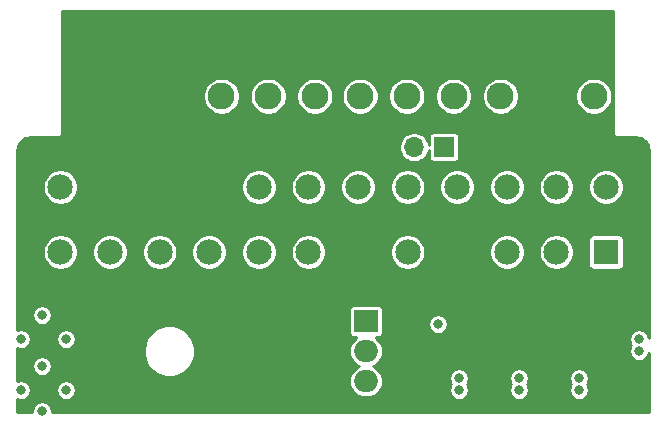
<source format=gbr>
%TF.GenerationSoftware,KiCad,Pcbnew,(5.1.6)-1*%
%TF.CreationDate,2022-02-22T09:41:32-05:00*%
%TF.ProjectId,PICO-AT,5049434f-2d41-4542-9e6b-696361645f70,rev?*%
%TF.SameCoordinates,Original*%
%TF.FileFunction,Copper,L1,Top*%
%TF.FilePolarity,Positive*%
%FSLAX46Y46*%
G04 Gerber Fmt 4.6, Leading zero omitted, Abs format (unit mm)*
G04 Created by KiCad (PCBNEW (5.1.6)-1) date 2022-02-22 09:41:32*
%MOMM*%
%LPD*%
G01*
G04 APERTURE LIST*
%TA.AperFunction,ComponentPad*%
%ADD10C,2.280000*%
%TD*%
%TA.AperFunction,ComponentPad*%
%ADD11R,2.150000X2.150000*%
%TD*%
%TA.AperFunction,ComponentPad*%
%ADD12C,2.150000*%
%TD*%
%TA.AperFunction,ComponentPad*%
%ADD13R,2.000000X1.905000*%
%TD*%
%TA.AperFunction,ComponentPad*%
%ADD14O,2.000000X1.905000*%
%TD*%
%TA.AperFunction,ComponentPad*%
%ADD15R,1.700000X1.700000*%
%TD*%
%TA.AperFunction,ComponentPad*%
%ADD16O,1.700000X1.700000*%
%TD*%
%TA.AperFunction,ViaPad*%
%ADD17C,0.800000*%
%TD*%
%TA.AperFunction,Conductor*%
%ADD18C,0.254000*%
%TD*%
G04 APERTURE END LIST*
D10*
%TO.P,J1,1*%
%TO.N,/GND*%
X151130000Y-94488000D03*
%TO.P,J1,2*%
X155090000Y-94488000D03*
%TO.P,J1,3*%
%TO.N,/-12V*%
X159050000Y-94488000D03*
%TO.P,J1,4*%
%TO.N,/12V*%
X163010000Y-94488000D03*
%TO.P,J1,5*%
%TO.N,/5V*%
X166970000Y-94488000D03*
%TO.P,J1,6*%
%TO.N,/PG*%
X170930000Y-94488000D03*
%TD*%
%TO.P,J2,6*%
%TO.N,/GND*%
X147308000Y-94488000D03*
%TO.P,J2,5*%
X143348000Y-94488000D03*
%TO.P,J2,4*%
%TO.N,/-5V*%
X139388000Y-94488000D03*
%TO.P,J2,3*%
%TO.N,/5V*%
X135428000Y-94488000D03*
%TO.P,J2,2*%
X131468000Y-94488000D03*
%TO.P,J2,1*%
X127508000Y-94488000D03*
%TD*%
D11*
%TO.P,J3,1*%
%TO.N,/3.3V*%
X171958000Y-107696000D03*
D12*
%TO.P,J3,2*%
X167758000Y-107696000D03*
%TO.P,J3,3*%
%TO.N,/GND*%
X163558000Y-107696000D03*
%TO.P,J3,4*%
%TO.N,/5V*%
X159358000Y-107696000D03*
%TO.P,J3,5*%
%TO.N,/GND*%
X155158000Y-107696000D03*
%TO.P,J3,6*%
%TO.N,/5V*%
X150958000Y-107696000D03*
%TO.P,J3,7*%
%TO.N,/GND*%
X146758000Y-107696000D03*
%TO.P,J3,8*%
%TO.N,/PG*%
X142558000Y-107696000D03*
%TO.P,J3,9*%
%TO.N,/5VSB*%
X138358000Y-107696000D03*
%TO.P,J3,10*%
%TO.N,/12V*%
X134158000Y-107696000D03*
%TO.P,J3,11*%
X129958000Y-107696000D03*
%TO.P,J3,12*%
%TO.N,/3.3V*%
X125758000Y-107696000D03*
%TO.P,J3,13*%
X171958000Y-102196000D03*
%TO.P,J3,14*%
%TO.N,/-12V*%
X167758000Y-102196000D03*
%TO.P,J3,15*%
%TO.N,/GND*%
X163558000Y-102196000D03*
%TO.P,J3,16*%
%TO.N,/PS-ON*%
X159358000Y-102196000D03*
%TO.P,J3,17*%
%TO.N,/GND*%
X155158000Y-102196000D03*
%TO.P,J3,18*%
X150958000Y-102196000D03*
%TO.P,J3,19*%
X146758000Y-102196000D03*
%TO.P,J3,20*%
%TO.N,Net-(J3-Pad20)*%
X142558000Y-102196000D03*
%TO.P,J3,21*%
%TO.N,/5V*%
X138358000Y-102196000D03*
%TO.P,J3,22*%
X134158000Y-102196000D03*
%TO.P,J3,23*%
X129958000Y-102196000D03*
%TO.P,J3,24*%
%TO.N,/GND*%
X125758000Y-102196000D03*
%TD*%
D13*
%TO.P,U1,1*%
%TO.N,/GND*%
X151638000Y-113538000D03*
D14*
%TO.P,U1,2*%
%TO.N,/-12V*%
X151638000Y-116078000D03*
%TO.P,U1,3*%
%TO.N,/-5V*%
X151638000Y-118618000D03*
%TD*%
D15*
%TO.P,PWR,1*%
%TO.N,/PS-ON*%
X158242000Y-98806000D03*
D16*
%TO.P,PWR,2*%
%TO.N,/GND*%
X155702000Y-98806000D03*
%TD*%
D17*
%TO.N,/GND*%
X169672000Y-118364000D03*
X169672000Y-119380000D03*
X159512000Y-118364000D03*
X159512000Y-119380000D03*
X164592000Y-118364000D03*
X164592000Y-119380000D03*
X174752000Y-115062000D03*
X174752000Y-116078000D03*
X124206000Y-113030000D03*
X126238000Y-115062000D03*
X124206000Y-117348000D03*
X126238000Y-119380000D03*
X122428000Y-115062000D03*
X122428000Y-119380000D03*
X124206000Y-121158000D03*
%TO.N,/5V*%
X168148000Y-113792000D03*
%TO.N,/PG*%
X157734000Y-113792000D03*
%TD*%
D18*
%TO.N,/5V*%
G36*
X172522000Y-97513795D02*
G01*
X172519813Y-97536000D01*
X172528540Y-97624607D01*
X172554386Y-97709810D01*
X172596357Y-97788333D01*
X172642825Y-97844954D01*
X172652841Y-97857159D01*
X172721667Y-97913643D01*
X172800190Y-97955614D01*
X172885393Y-97981460D01*
X172974000Y-97990187D01*
X172996205Y-97988000D01*
X174475892Y-97988000D01*
X174705800Y-98010542D01*
X174905678Y-98070889D01*
X175090039Y-98168916D01*
X175251839Y-98300876D01*
X175384932Y-98461759D01*
X175484240Y-98645425D01*
X175545981Y-98844878D01*
X175570001Y-99073411D01*
X175570000Y-114935305D01*
X175547218Y-114820773D01*
X175484877Y-114670269D01*
X175394372Y-114534819D01*
X175279181Y-114419628D01*
X175143731Y-114329123D01*
X174993227Y-114266782D01*
X174833452Y-114235000D01*
X174670548Y-114235000D01*
X174510773Y-114266782D01*
X174360269Y-114329123D01*
X174224819Y-114419628D01*
X174109628Y-114534819D01*
X174019123Y-114670269D01*
X173956782Y-114820773D01*
X173925000Y-114980548D01*
X173925000Y-115143452D01*
X173956782Y-115303227D01*
X174019123Y-115453731D01*
X174096812Y-115570000D01*
X174019123Y-115686269D01*
X173956782Y-115836773D01*
X173925000Y-115996548D01*
X173925000Y-116159452D01*
X173956782Y-116319227D01*
X174019123Y-116469731D01*
X174109628Y-116605181D01*
X174224819Y-116720372D01*
X174360269Y-116810877D01*
X174510773Y-116873218D01*
X174670548Y-116905000D01*
X174833452Y-116905000D01*
X174993227Y-116873218D01*
X175143731Y-116810877D01*
X175279181Y-116720372D01*
X175394372Y-116605181D01*
X175484877Y-116469731D01*
X175547218Y-116319227D01*
X175570000Y-116204696D01*
X175570000Y-121214000D01*
X125033000Y-121214000D01*
X125033000Y-121076548D01*
X125001218Y-120916773D01*
X124938877Y-120766269D01*
X124848372Y-120630819D01*
X124733181Y-120515628D01*
X124597731Y-120425123D01*
X124447227Y-120362782D01*
X124287452Y-120331000D01*
X124124548Y-120331000D01*
X123964773Y-120362782D01*
X123814269Y-120425123D01*
X123678819Y-120515628D01*
X123563628Y-120630819D01*
X123473123Y-120766269D01*
X123410782Y-120916773D01*
X123379000Y-121076548D01*
X123379000Y-121214000D01*
X122118000Y-121214000D01*
X122118000Y-120146731D01*
X122186773Y-120175218D01*
X122346548Y-120207000D01*
X122509452Y-120207000D01*
X122669227Y-120175218D01*
X122819731Y-120112877D01*
X122955181Y-120022372D01*
X123070372Y-119907181D01*
X123160877Y-119771731D01*
X123223218Y-119621227D01*
X123255000Y-119461452D01*
X123255000Y-119298548D01*
X125411000Y-119298548D01*
X125411000Y-119461452D01*
X125442782Y-119621227D01*
X125505123Y-119771731D01*
X125595628Y-119907181D01*
X125710819Y-120022372D01*
X125846269Y-120112877D01*
X125996773Y-120175218D01*
X126156548Y-120207000D01*
X126319452Y-120207000D01*
X126479227Y-120175218D01*
X126629731Y-120112877D01*
X126765181Y-120022372D01*
X126880372Y-119907181D01*
X126970877Y-119771731D01*
X127033218Y-119621227D01*
X127065000Y-119461452D01*
X127065000Y-119298548D01*
X127033218Y-119138773D01*
X126970877Y-118988269D01*
X126880372Y-118852819D01*
X126765181Y-118737628D01*
X126629731Y-118647123D01*
X126479227Y-118584782D01*
X126319452Y-118553000D01*
X126156548Y-118553000D01*
X125996773Y-118584782D01*
X125846269Y-118647123D01*
X125710819Y-118737628D01*
X125595628Y-118852819D01*
X125505123Y-118988269D01*
X125442782Y-119138773D01*
X125411000Y-119298548D01*
X123255000Y-119298548D01*
X123223218Y-119138773D01*
X123160877Y-118988269D01*
X123070372Y-118852819D01*
X122955181Y-118737628D01*
X122819731Y-118647123D01*
X122669227Y-118584782D01*
X122509452Y-118553000D01*
X122346548Y-118553000D01*
X122186773Y-118584782D01*
X122118000Y-118613269D01*
X122118000Y-117266548D01*
X123379000Y-117266548D01*
X123379000Y-117429452D01*
X123410782Y-117589227D01*
X123473123Y-117739731D01*
X123563628Y-117875181D01*
X123678819Y-117990372D01*
X123814269Y-118080877D01*
X123964773Y-118143218D01*
X124124548Y-118175000D01*
X124287452Y-118175000D01*
X124447227Y-118143218D01*
X124597731Y-118080877D01*
X124733181Y-117990372D01*
X124848372Y-117875181D01*
X124938877Y-117739731D01*
X125001218Y-117589227D01*
X125033000Y-117429452D01*
X125033000Y-117266548D01*
X125001218Y-117106773D01*
X124938877Y-116956269D01*
X124848372Y-116820819D01*
X124733181Y-116705628D01*
X124597731Y-116615123D01*
X124447227Y-116552782D01*
X124287452Y-116521000D01*
X124124548Y-116521000D01*
X123964773Y-116552782D01*
X123814269Y-116615123D01*
X123678819Y-116705628D01*
X123563628Y-116820819D01*
X123473123Y-116956269D01*
X123410782Y-117106773D01*
X123379000Y-117266548D01*
X122118000Y-117266548D01*
X122118000Y-115828731D01*
X122186773Y-115857218D01*
X122346548Y-115889000D01*
X122509452Y-115889000D01*
X122669227Y-115857218D01*
X122819731Y-115794877D01*
X122955181Y-115704372D01*
X123070372Y-115589181D01*
X123160877Y-115453731D01*
X123223218Y-115303227D01*
X123255000Y-115143452D01*
X123255000Y-114980548D01*
X125411000Y-114980548D01*
X125411000Y-115143452D01*
X125442782Y-115303227D01*
X125505123Y-115453731D01*
X125595628Y-115589181D01*
X125710819Y-115704372D01*
X125846269Y-115794877D01*
X125996773Y-115857218D01*
X126156548Y-115889000D01*
X126319452Y-115889000D01*
X126447223Y-115863584D01*
X132801000Y-115863584D01*
X132801000Y-116292416D01*
X132884660Y-116713008D01*
X133048767Y-117109196D01*
X133287013Y-117465757D01*
X133590243Y-117768987D01*
X133946804Y-118007233D01*
X134342992Y-118171340D01*
X134763584Y-118255000D01*
X135192416Y-118255000D01*
X135613008Y-118171340D01*
X136009196Y-118007233D01*
X136365757Y-117768987D01*
X136668987Y-117465757D01*
X136907233Y-117109196D01*
X137071340Y-116713008D01*
X137155000Y-116292416D01*
X137155000Y-116078000D01*
X150204326Y-116078000D01*
X150230961Y-116348429D01*
X150309842Y-116608466D01*
X150437938Y-116848117D01*
X150610327Y-117058173D01*
X150820383Y-117230562D01*
X151040094Y-117348000D01*
X150820383Y-117465438D01*
X150610327Y-117637827D01*
X150437938Y-117847883D01*
X150309842Y-118087534D01*
X150230961Y-118347571D01*
X150204326Y-118618000D01*
X150230961Y-118888429D01*
X150309842Y-119148466D01*
X150437938Y-119388117D01*
X150610327Y-119598173D01*
X150820383Y-119770562D01*
X151060034Y-119898658D01*
X151320071Y-119977539D01*
X151522738Y-119997500D01*
X151753262Y-119997500D01*
X151955929Y-119977539D01*
X152215966Y-119898658D01*
X152455617Y-119770562D01*
X152665673Y-119598173D01*
X152838062Y-119388117D01*
X152966158Y-119148466D01*
X153045039Y-118888429D01*
X153071674Y-118618000D01*
X153045039Y-118347571D01*
X153025315Y-118282548D01*
X158685000Y-118282548D01*
X158685000Y-118445452D01*
X158716782Y-118605227D01*
X158779123Y-118755731D01*
X158856812Y-118872000D01*
X158779123Y-118988269D01*
X158716782Y-119138773D01*
X158685000Y-119298548D01*
X158685000Y-119461452D01*
X158716782Y-119621227D01*
X158779123Y-119771731D01*
X158869628Y-119907181D01*
X158984819Y-120022372D01*
X159120269Y-120112877D01*
X159270773Y-120175218D01*
X159430548Y-120207000D01*
X159593452Y-120207000D01*
X159753227Y-120175218D01*
X159903731Y-120112877D01*
X160039181Y-120022372D01*
X160154372Y-119907181D01*
X160244877Y-119771731D01*
X160307218Y-119621227D01*
X160339000Y-119461452D01*
X160339000Y-119298548D01*
X160307218Y-119138773D01*
X160244877Y-118988269D01*
X160167188Y-118872000D01*
X160244877Y-118755731D01*
X160307218Y-118605227D01*
X160339000Y-118445452D01*
X160339000Y-118282548D01*
X163765000Y-118282548D01*
X163765000Y-118445452D01*
X163796782Y-118605227D01*
X163859123Y-118755731D01*
X163936812Y-118872000D01*
X163859123Y-118988269D01*
X163796782Y-119138773D01*
X163765000Y-119298548D01*
X163765000Y-119461452D01*
X163796782Y-119621227D01*
X163859123Y-119771731D01*
X163949628Y-119907181D01*
X164064819Y-120022372D01*
X164200269Y-120112877D01*
X164350773Y-120175218D01*
X164510548Y-120207000D01*
X164673452Y-120207000D01*
X164833227Y-120175218D01*
X164983731Y-120112877D01*
X165119181Y-120022372D01*
X165234372Y-119907181D01*
X165324877Y-119771731D01*
X165387218Y-119621227D01*
X165419000Y-119461452D01*
X165419000Y-119298548D01*
X165387218Y-119138773D01*
X165324877Y-118988269D01*
X165247188Y-118872000D01*
X165324877Y-118755731D01*
X165387218Y-118605227D01*
X165419000Y-118445452D01*
X165419000Y-118282548D01*
X168845000Y-118282548D01*
X168845000Y-118445452D01*
X168876782Y-118605227D01*
X168939123Y-118755731D01*
X169016812Y-118872000D01*
X168939123Y-118988269D01*
X168876782Y-119138773D01*
X168845000Y-119298548D01*
X168845000Y-119461452D01*
X168876782Y-119621227D01*
X168939123Y-119771731D01*
X169029628Y-119907181D01*
X169144819Y-120022372D01*
X169280269Y-120112877D01*
X169430773Y-120175218D01*
X169590548Y-120207000D01*
X169753452Y-120207000D01*
X169913227Y-120175218D01*
X170063731Y-120112877D01*
X170199181Y-120022372D01*
X170314372Y-119907181D01*
X170404877Y-119771731D01*
X170467218Y-119621227D01*
X170499000Y-119461452D01*
X170499000Y-119298548D01*
X170467218Y-119138773D01*
X170404877Y-118988269D01*
X170327188Y-118872000D01*
X170404877Y-118755731D01*
X170467218Y-118605227D01*
X170499000Y-118445452D01*
X170499000Y-118282548D01*
X170467218Y-118122773D01*
X170404877Y-117972269D01*
X170314372Y-117836819D01*
X170199181Y-117721628D01*
X170063731Y-117631123D01*
X169913227Y-117568782D01*
X169753452Y-117537000D01*
X169590548Y-117537000D01*
X169430773Y-117568782D01*
X169280269Y-117631123D01*
X169144819Y-117721628D01*
X169029628Y-117836819D01*
X168939123Y-117972269D01*
X168876782Y-118122773D01*
X168845000Y-118282548D01*
X165419000Y-118282548D01*
X165387218Y-118122773D01*
X165324877Y-117972269D01*
X165234372Y-117836819D01*
X165119181Y-117721628D01*
X164983731Y-117631123D01*
X164833227Y-117568782D01*
X164673452Y-117537000D01*
X164510548Y-117537000D01*
X164350773Y-117568782D01*
X164200269Y-117631123D01*
X164064819Y-117721628D01*
X163949628Y-117836819D01*
X163859123Y-117972269D01*
X163796782Y-118122773D01*
X163765000Y-118282548D01*
X160339000Y-118282548D01*
X160307218Y-118122773D01*
X160244877Y-117972269D01*
X160154372Y-117836819D01*
X160039181Y-117721628D01*
X159903731Y-117631123D01*
X159753227Y-117568782D01*
X159593452Y-117537000D01*
X159430548Y-117537000D01*
X159270773Y-117568782D01*
X159120269Y-117631123D01*
X158984819Y-117721628D01*
X158869628Y-117836819D01*
X158779123Y-117972269D01*
X158716782Y-118122773D01*
X158685000Y-118282548D01*
X153025315Y-118282548D01*
X152966158Y-118087534D01*
X152838062Y-117847883D01*
X152665673Y-117637827D01*
X152455617Y-117465438D01*
X152235906Y-117348000D01*
X152455617Y-117230562D01*
X152665673Y-117058173D01*
X152838062Y-116848117D01*
X152966158Y-116608466D01*
X153045039Y-116348429D01*
X153071674Y-116078000D01*
X153045039Y-115807571D01*
X152966158Y-115547534D01*
X152838062Y-115307883D01*
X152665673Y-115097827D01*
X152455617Y-114925438D01*
X152444631Y-114919566D01*
X152638000Y-114919566D01*
X152721707Y-114911322D01*
X152802196Y-114886905D01*
X152876376Y-114847255D01*
X152941395Y-114793895D01*
X152994755Y-114728876D01*
X153034405Y-114654696D01*
X153058822Y-114574207D01*
X153067066Y-114490500D01*
X153067066Y-113710548D01*
X156907000Y-113710548D01*
X156907000Y-113873452D01*
X156938782Y-114033227D01*
X157001123Y-114183731D01*
X157091628Y-114319181D01*
X157206819Y-114434372D01*
X157342269Y-114524877D01*
X157492773Y-114587218D01*
X157652548Y-114619000D01*
X157815452Y-114619000D01*
X157975227Y-114587218D01*
X158125731Y-114524877D01*
X158261181Y-114434372D01*
X158376372Y-114319181D01*
X158466877Y-114183731D01*
X158529218Y-114033227D01*
X158561000Y-113873452D01*
X158561000Y-113710548D01*
X158529218Y-113550773D01*
X158466877Y-113400269D01*
X158376372Y-113264819D01*
X158261181Y-113149628D01*
X158125731Y-113059123D01*
X157975227Y-112996782D01*
X157815452Y-112965000D01*
X157652548Y-112965000D01*
X157492773Y-112996782D01*
X157342269Y-113059123D01*
X157206819Y-113149628D01*
X157091628Y-113264819D01*
X157001123Y-113400269D01*
X156938782Y-113550773D01*
X156907000Y-113710548D01*
X153067066Y-113710548D01*
X153067066Y-112585500D01*
X153058822Y-112501793D01*
X153034405Y-112421304D01*
X152994755Y-112347124D01*
X152941395Y-112282105D01*
X152876376Y-112228745D01*
X152802196Y-112189095D01*
X152721707Y-112164678D01*
X152638000Y-112156434D01*
X150638000Y-112156434D01*
X150554293Y-112164678D01*
X150473804Y-112189095D01*
X150399624Y-112228745D01*
X150334605Y-112282105D01*
X150281245Y-112347124D01*
X150241595Y-112421304D01*
X150217178Y-112501793D01*
X150208934Y-112585500D01*
X150208934Y-114490500D01*
X150217178Y-114574207D01*
X150241595Y-114654696D01*
X150281245Y-114728876D01*
X150334605Y-114793895D01*
X150399624Y-114847255D01*
X150473804Y-114886905D01*
X150554293Y-114911322D01*
X150638000Y-114919566D01*
X150831369Y-114919566D01*
X150820383Y-114925438D01*
X150610327Y-115097827D01*
X150437938Y-115307883D01*
X150309842Y-115547534D01*
X150230961Y-115807571D01*
X150204326Y-116078000D01*
X137155000Y-116078000D01*
X137155000Y-115863584D01*
X137071340Y-115442992D01*
X136907233Y-115046804D01*
X136668987Y-114690243D01*
X136365757Y-114387013D01*
X136009196Y-114148767D01*
X135613008Y-113984660D01*
X135192416Y-113901000D01*
X134763584Y-113901000D01*
X134342992Y-113984660D01*
X133946804Y-114148767D01*
X133590243Y-114387013D01*
X133287013Y-114690243D01*
X133048767Y-115046804D01*
X132884660Y-115442992D01*
X132801000Y-115863584D01*
X126447223Y-115863584D01*
X126479227Y-115857218D01*
X126629731Y-115794877D01*
X126765181Y-115704372D01*
X126880372Y-115589181D01*
X126970877Y-115453731D01*
X127033218Y-115303227D01*
X127065000Y-115143452D01*
X127065000Y-114980548D01*
X127033218Y-114820773D01*
X126970877Y-114670269D01*
X126880372Y-114534819D01*
X126765181Y-114419628D01*
X126629731Y-114329123D01*
X126479227Y-114266782D01*
X126319452Y-114235000D01*
X126156548Y-114235000D01*
X125996773Y-114266782D01*
X125846269Y-114329123D01*
X125710819Y-114419628D01*
X125595628Y-114534819D01*
X125505123Y-114670269D01*
X125442782Y-114820773D01*
X125411000Y-114980548D01*
X123255000Y-114980548D01*
X123223218Y-114820773D01*
X123160877Y-114670269D01*
X123070372Y-114534819D01*
X122955181Y-114419628D01*
X122819731Y-114329123D01*
X122669227Y-114266782D01*
X122509452Y-114235000D01*
X122346548Y-114235000D01*
X122186773Y-114266782D01*
X122118000Y-114295269D01*
X122118000Y-112948548D01*
X123379000Y-112948548D01*
X123379000Y-113111452D01*
X123410782Y-113271227D01*
X123473123Y-113421731D01*
X123563628Y-113557181D01*
X123678819Y-113672372D01*
X123814269Y-113762877D01*
X123964773Y-113825218D01*
X124124548Y-113857000D01*
X124287452Y-113857000D01*
X124447227Y-113825218D01*
X124597731Y-113762877D01*
X124733181Y-113672372D01*
X124848372Y-113557181D01*
X124938877Y-113421731D01*
X125001218Y-113271227D01*
X125033000Y-113111452D01*
X125033000Y-112948548D01*
X125001218Y-112788773D01*
X124938877Y-112638269D01*
X124848372Y-112502819D01*
X124733181Y-112387628D01*
X124597731Y-112297123D01*
X124447227Y-112234782D01*
X124287452Y-112203000D01*
X124124548Y-112203000D01*
X123964773Y-112234782D01*
X123814269Y-112297123D01*
X123678819Y-112387628D01*
X123563628Y-112502819D01*
X123473123Y-112638269D01*
X123410782Y-112788773D01*
X123379000Y-112948548D01*
X122118000Y-112948548D01*
X122118000Y-107548066D01*
X124256000Y-107548066D01*
X124256000Y-107843934D01*
X124313721Y-108134117D01*
X124426944Y-108407464D01*
X124591320Y-108653469D01*
X124800531Y-108862680D01*
X125046536Y-109027056D01*
X125319883Y-109140279D01*
X125610066Y-109198000D01*
X125905934Y-109198000D01*
X126196117Y-109140279D01*
X126469464Y-109027056D01*
X126715469Y-108862680D01*
X126924680Y-108653469D01*
X127089056Y-108407464D01*
X127202279Y-108134117D01*
X127260000Y-107843934D01*
X127260000Y-107548066D01*
X128456000Y-107548066D01*
X128456000Y-107843934D01*
X128513721Y-108134117D01*
X128626944Y-108407464D01*
X128791320Y-108653469D01*
X129000531Y-108862680D01*
X129246536Y-109027056D01*
X129519883Y-109140279D01*
X129810066Y-109198000D01*
X130105934Y-109198000D01*
X130396117Y-109140279D01*
X130669464Y-109027056D01*
X130915469Y-108862680D01*
X131124680Y-108653469D01*
X131289056Y-108407464D01*
X131402279Y-108134117D01*
X131460000Y-107843934D01*
X131460000Y-107548066D01*
X132656000Y-107548066D01*
X132656000Y-107843934D01*
X132713721Y-108134117D01*
X132826944Y-108407464D01*
X132991320Y-108653469D01*
X133200531Y-108862680D01*
X133446536Y-109027056D01*
X133719883Y-109140279D01*
X134010066Y-109198000D01*
X134305934Y-109198000D01*
X134596117Y-109140279D01*
X134869464Y-109027056D01*
X135115469Y-108862680D01*
X135324680Y-108653469D01*
X135489056Y-108407464D01*
X135602279Y-108134117D01*
X135660000Y-107843934D01*
X135660000Y-107548066D01*
X136856000Y-107548066D01*
X136856000Y-107843934D01*
X136913721Y-108134117D01*
X137026944Y-108407464D01*
X137191320Y-108653469D01*
X137400531Y-108862680D01*
X137646536Y-109027056D01*
X137919883Y-109140279D01*
X138210066Y-109198000D01*
X138505934Y-109198000D01*
X138796117Y-109140279D01*
X139069464Y-109027056D01*
X139315469Y-108862680D01*
X139524680Y-108653469D01*
X139689056Y-108407464D01*
X139802279Y-108134117D01*
X139860000Y-107843934D01*
X139860000Y-107548066D01*
X141056000Y-107548066D01*
X141056000Y-107843934D01*
X141113721Y-108134117D01*
X141226944Y-108407464D01*
X141391320Y-108653469D01*
X141600531Y-108862680D01*
X141846536Y-109027056D01*
X142119883Y-109140279D01*
X142410066Y-109198000D01*
X142705934Y-109198000D01*
X142996117Y-109140279D01*
X143269464Y-109027056D01*
X143515469Y-108862680D01*
X143724680Y-108653469D01*
X143889056Y-108407464D01*
X144002279Y-108134117D01*
X144060000Y-107843934D01*
X144060000Y-107548066D01*
X145256000Y-107548066D01*
X145256000Y-107843934D01*
X145313721Y-108134117D01*
X145426944Y-108407464D01*
X145591320Y-108653469D01*
X145800531Y-108862680D01*
X146046536Y-109027056D01*
X146319883Y-109140279D01*
X146610066Y-109198000D01*
X146905934Y-109198000D01*
X147196117Y-109140279D01*
X147469464Y-109027056D01*
X147715469Y-108862680D01*
X147924680Y-108653469D01*
X148089056Y-108407464D01*
X148202279Y-108134117D01*
X148260000Y-107843934D01*
X148260000Y-107548066D01*
X153656000Y-107548066D01*
X153656000Y-107843934D01*
X153713721Y-108134117D01*
X153826944Y-108407464D01*
X153991320Y-108653469D01*
X154200531Y-108862680D01*
X154446536Y-109027056D01*
X154719883Y-109140279D01*
X155010066Y-109198000D01*
X155305934Y-109198000D01*
X155596117Y-109140279D01*
X155869464Y-109027056D01*
X156115469Y-108862680D01*
X156324680Y-108653469D01*
X156489056Y-108407464D01*
X156602279Y-108134117D01*
X156660000Y-107843934D01*
X156660000Y-107548066D01*
X162056000Y-107548066D01*
X162056000Y-107843934D01*
X162113721Y-108134117D01*
X162226944Y-108407464D01*
X162391320Y-108653469D01*
X162600531Y-108862680D01*
X162846536Y-109027056D01*
X163119883Y-109140279D01*
X163410066Y-109198000D01*
X163705934Y-109198000D01*
X163996117Y-109140279D01*
X164269464Y-109027056D01*
X164515469Y-108862680D01*
X164724680Y-108653469D01*
X164889056Y-108407464D01*
X165002279Y-108134117D01*
X165060000Y-107843934D01*
X165060000Y-107548066D01*
X166256000Y-107548066D01*
X166256000Y-107843934D01*
X166313721Y-108134117D01*
X166426944Y-108407464D01*
X166591320Y-108653469D01*
X166800531Y-108862680D01*
X167046536Y-109027056D01*
X167319883Y-109140279D01*
X167610066Y-109198000D01*
X167905934Y-109198000D01*
X168196117Y-109140279D01*
X168469464Y-109027056D01*
X168715469Y-108862680D01*
X168924680Y-108653469D01*
X169089056Y-108407464D01*
X169202279Y-108134117D01*
X169260000Y-107843934D01*
X169260000Y-107548066D01*
X169202279Y-107257883D01*
X169089056Y-106984536D01*
X168924680Y-106738531D01*
X168807149Y-106621000D01*
X170453934Y-106621000D01*
X170453934Y-108771000D01*
X170462178Y-108854707D01*
X170486595Y-108935196D01*
X170526245Y-109009376D01*
X170579605Y-109074395D01*
X170644624Y-109127755D01*
X170718804Y-109167405D01*
X170799293Y-109191822D01*
X170883000Y-109200066D01*
X173033000Y-109200066D01*
X173116707Y-109191822D01*
X173197196Y-109167405D01*
X173271376Y-109127755D01*
X173336395Y-109074395D01*
X173389755Y-109009376D01*
X173429405Y-108935196D01*
X173453822Y-108854707D01*
X173462066Y-108771000D01*
X173462066Y-106621000D01*
X173453822Y-106537293D01*
X173429405Y-106456804D01*
X173389755Y-106382624D01*
X173336395Y-106317605D01*
X173271376Y-106264245D01*
X173197196Y-106224595D01*
X173116707Y-106200178D01*
X173033000Y-106191934D01*
X170883000Y-106191934D01*
X170799293Y-106200178D01*
X170718804Y-106224595D01*
X170644624Y-106264245D01*
X170579605Y-106317605D01*
X170526245Y-106382624D01*
X170486595Y-106456804D01*
X170462178Y-106537293D01*
X170453934Y-106621000D01*
X168807149Y-106621000D01*
X168715469Y-106529320D01*
X168469464Y-106364944D01*
X168196117Y-106251721D01*
X167905934Y-106194000D01*
X167610066Y-106194000D01*
X167319883Y-106251721D01*
X167046536Y-106364944D01*
X166800531Y-106529320D01*
X166591320Y-106738531D01*
X166426944Y-106984536D01*
X166313721Y-107257883D01*
X166256000Y-107548066D01*
X165060000Y-107548066D01*
X165002279Y-107257883D01*
X164889056Y-106984536D01*
X164724680Y-106738531D01*
X164515469Y-106529320D01*
X164269464Y-106364944D01*
X163996117Y-106251721D01*
X163705934Y-106194000D01*
X163410066Y-106194000D01*
X163119883Y-106251721D01*
X162846536Y-106364944D01*
X162600531Y-106529320D01*
X162391320Y-106738531D01*
X162226944Y-106984536D01*
X162113721Y-107257883D01*
X162056000Y-107548066D01*
X156660000Y-107548066D01*
X156602279Y-107257883D01*
X156489056Y-106984536D01*
X156324680Y-106738531D01*
X156115469Y-106529320D01*
X155869464Y-106364944D01*
X155596117Y-106251721D01*
X155305934Y-106194000D01*
X155010066Y-106194000D01*
X154719883Y-106251721D01*
X154446536Y-106364944D01*
X154200531Y-106529320D01*
X153991320Y-106738531D01*
X153826944Y-106984536D01*
X153713721Y-107257883D01*
X153656000Y-107548066D01*
X148260000Y-107548066D01*
X148202279Y-107257883D01*
X148089056Y-106984536D01*
X147924680Y-106738531D01*
X147715469Y-106529320D01*
X147469464Y-106364944D01*
X147196117Y-106251721D01*
X146905934Y-106194000D01*
X146610066Y-106194000D01*
X146319883Y-106251721D01*
X146046536Y-106364944D01*
X145800531Y-106529320D01*
X145591320Y-106738531D01*
X145426944Y-106984536D01*
X145313721Y-107257883D01*
X145256000Y-107548066D01*
X144060000Y-107548066D01*
X144002279Y-107257883D01*
X143889056Y-106984536D01*
X143724680Y-106738531D01*
X143515469Y-106529320D01*
X143269464Y-106364944D01*
X142996117Y-106251721D01*
X142705934Y-106194000D01*
X142410066Y-106194000D01*
X142119883Y-106251721D01*
X141846536Y-106364944D01*
X141600531Y-106529320D01*
X141391320Y-106738531D01*
X141226944Y-106984536D01*
X141113721Y-107257883D01*
X141056000Y-107548066D01*
X139860000Y-107548066D01*
X139802279Y-107257883D01*
X139689056Y-106984536D01*
X139524680Y-106738531D01*
X139315469Y-106529320D01*
X139069464Y-106364944D01*
X138796117Y-106251721D01*
X138505934Y-106194000D01*
X138210066Y-106194000D01*
X137919883Y-106251721D01*
X137646536Y-106364944D01*
X137400531Y-106529320D01*
X137191320Y-106738531D01*
X137026944Y-106984536D01*
X136913721Y-107257883D01*
X136856000Y-107548066D01*
X135660000Y-107548066D01*
X135602279Y-107257883D01*
X135489056Y-106984536D01*
X135324680Y-106738531D01*
X135115469Y-106529320D01*
X134869464Y-106364944D01*
X134596117Y-106251721D01*
X134305934Y-106194000D01*
X134010066Y-106194000D01*
X133719883Y-106251721D01*
X133446536Y-106364944D01*
X133200531Y-106529320D01*
X132991320Y-106738531D01*
X132826944Y-106984536D01*
X132713721Y-107257883D01*
X132656000Y-107548066D01*
X131460000Y-107548066D01*
X131402279Y-107257883D01*
X131289056Y-106984536D01*
X131124680Y-106738531D01*
X130915469Y-106529320D01*
X130669464Y-106364944D01*
X130396117Y-106251721D01*
X130105934Y-106194000D01*
X129810066Y-106194000D01*
X129519883Y-106251721D01*
X129246536Y-106364944D01*
X129000531Y-106529320D01*
X128791320Y-106738531D01*
X128626944Y-106984536D01*
X128513721Y-107257883D01*
X128456000Y-107548066D01*
X127260000Y-107548066D01*
X127202279Y-107257883D01*
X127089056Y-106984536D01*
X126924680Y-106738531D01*
X126715469Y-106529320D01*
X126469464Y-106364944D01*
X126196117Y-106251721D01*
X125905934Y-106194000D01*
X125610066Y-106194000D01*
X125319883Y-106251721D01*
X125046536Y-106364944D01*
X124800531Y-106529320D01*
X124591320Y-106738531D01*
X124426944Y-106984536D01*
X124313721Y-107257883D01*
X124256000Y-107548066D01*
X122118000Y-107548066D01*
X122118000Y-102048066D01*
X124256000Y-102048066D01*
X124256000Y-102343934D01*
X124313721Y-102634117D01*
X124426944Y-102907464D01*
X124591320Y-103153469D01*
X124800531Y-103362680D01*
X125046536Y-103527056D01*
X125319883Y-103640279D01*
X125610066Y-103698000D01*
X125905934Y-103698000D01*
X126196117Y-103640279D01*
X126469464Y-103527056D01*
X126715469Y-103362680D01*
X126924680Y-103153469D01*
X127089056Y-102907464D01*
X127202279Y-102634117D01*
X127260000Y-102343934D01*
X127260000Y-102048066D01*
X141056000Y-102048066D01*
X141056000Y-102343934D01*
X141113721Y-102634117D01*
X141226944Y-102907464D01*
X141391320Y-103153469D01*
X141600531Y-103362680D01*
X141846536Y-103527056D01*
X142119883Y-103640279D01*
X142410066Y-103698000D01*
X142705934Y-103698000D01*
X142996117Y-103640279D01*
X143269464Y-103527056D01*
X143515469Y-103362680D01*
X143724680Y-103153469D01*
X143889056Y-102907464D01*
X144002279Y-102634117D01*
X144060000Y-102343934D01*
X144060000Y-102048066D01*
X145256000Y-102048066D01*
X145256000Y-102343934D01*
X145313721Y-102634117D01*
X145426944Y-102907464D01*
X145591320Y-103153469D01*
X145800531Y-103362680D01*
X146046536Y-103527056D01*
X146319883Y-103640279D01*
X146610066Y-103698000D01*
X146905934Y-103698000D01*
X147196117Y-103640279D01*
X147469464Y-103527056D01*
X147715469Y-103362680D01*
X147924680Y-103153469D01*
X148089056Y-102907464D01*
X148202279Y-102634117D01*
X148260000Y-102343934D01*
X148260000Y-102048066D01*
X149456000Y-102048066D01*
X149456000Y-102343934D01*
X149513721Y-102634117D01*
X149626944Y-102907464D01*
X149791320Y-103153469D01*
X150000531Y-103362680D01*
X150246536Y-103527056D01*
X150519883Y-103640279D01*
X150810066Y-103698000D01*
X151105934Y-103698000D01*
X151396117Y-103640279D01*
X151669464Y-103527056D01*
X151915469Y-103362680D01*
X152124680Y-103153469D01*
X152289056Y-102907464D01*
X152402279Y-102634117D01*
X152460000Y-102343934D01*
X152460000Y-102048066D01*
X153656000Y-102048066D01*
X153656000Y-102343934D01*
X153713721Y-102634117D01*
X153826944Y-102907464D01*
X153991320Y-103153469D01*
X154200531Y-103362680D01*
X154446536Y-103527056D01*
X154719883Y-103640279D01*
X155010066Y-103698000D01*
X155305934Y-103698000D01*
X155596117Y-103640279D01*
X155869464Y-103527056D01*
X156115469Y-103362680D01*
X156324680Y-103153469D01*
X156489056Y-102907464D01*
X156602279Y-102634117D01*
X156660000Y-102343934D01*
X156660000Y-102048066D01*
X157856000Y-102048066D01*
X157856000Y-102343934D01*
X157913721Y-102634117D01*
X158026944Y-102907464D01*
X158191320Y-103153469D01*
X158400531Y-103362680D01*
X158646536Y-103527056D01*
X158919883Y-103640279D01*
X159210066Y-103698000D01*
X159505934Y-103698000D01*
X159796117Y-103640279D01*
X160069464Y-103527056D01*
X160315469Y-103362680D01*
X160524680Y-103153469D01*
X160689056Y-102907464D01*
X160802279Y-102634117D01*
X160860000Y-102343934D01*
X160860000Y-102048066D01*
X162056000Y-102048066D01*
X162056000Y-102343934D01*
X162113721Y-102634117D01*
X162226944Y-102907464D01*
X162391320Y-103153469D01*
X162600531Y-103362680D01*
X162846536Y-103527056D01*
X163119883Y-103640279D01*
X163410066Y-103698000D01*
X163705934Y-103698000D01*
X163996117Y-103640279D01*
X164269464Y-103527056D01*
X164515469Y-103362680D01*
X164724680Y-103153469D01*
X164889056Y-102907464D01*
X165002279Y-102634117D01*
X165060000Y-102343934D01*
X165060000Y-102048066D01*
X166256000Y-102048066D01*
X166256000Y-102343934D01*
X166313721Y-102634117D01*
X166426944Y-102907464D01*
X166591320Y-103153469D01*
X166800531Y-103362680D01*
X167046536Y-103527056D01*
X167319883Y-103640279D01*
X167610066Y-103698000D01*
X167905934Y-103698000D01*
X168196117Y-103640279D01*
X168469464Y-103527056D01*
X168715469Y-103362680D01*
X168924680Y-103153469D01*
X169089056Y-102907464D01*
X169202279Y-102634117D01*
X169260000Y-102343934D01*
X169260000Y-102048066D01*
X170456000Y-102048066D01*
X170456000Y-102343934D01*
X170513721Y-102634117D01*
X170626944Y-102907464D01*
X170791320Y-103153469D01*
X171000531Y-103362680D01*
X171246536Y-103527056D01*
X171519883Y-103640279D01*
X171810066Y-103698000D01*
X172105934Y-103698000D01*
X172396117Y-103640279D01*
X172669464Y-103527056D01*
X172915469Y-103362680D01*
X173124680Y-103153469D01*
X173289056Y-102907464D01*
X173402279Y-102634117D01*
X173460000Y-102343934D01*
X173460000Y-102048066D01*
X173402279Y-101757883D01*
X173289056Y-101484536D01*
X173124680Y-101238531D01*
X172915469Y-101029320D01*
X172669464Y-100864944D01*
X172396117Y-100751721D01*
X172105934Y-100694000D01*
X171810066Y-100694000D01*
X171519883Y-100751721D01*
X171246536Y-100864944D01*
X171000531Y-101029320D01*
X170791320Y-101238531D01*
X170626944Y-101484536D01*
X170513721Y-101757883D01*
X170456000Y-102048066D01*
X169260000Y-102048066D01*
X169202279Y-101757883D01*
X169089056Y-101484536D01*
X168924680Y-101238531D01*
X168715469Y-101029320D01*
X168469464Y-100864944D01*
X168196117Y-100751721D01*
X167905934Y-100694000D01*
X167610066Y-100694000D01*
X167319883Y-100751721D01*
X167046536Y-100864944D01*
X166800531Y-101029320D01*
X166591320Y-101238531D01*
X166426944Y-101484536D01*
X166313721Y-101757883D01*
X166256000Y-102048066D01*
X165060000Y-102048066D01*
X165002279Y-101757883D01*
X164889056Y-101484536D01*
X164724680Y-101238531D01*
X164515469Y-101029320D01*
X164269464Y-100864944D01*
X163996117Y-100751721D01*
X163705934Y-100694000D01*
X163410066Y-100694000D01*
X163119883Y-100751721D01*
X162846536Y-100864944D01*
X162600531Y-101029320D01*
X162391320Y-101238531D01*
X162226944Y-101484536D01*
X162113721Y-101757883D01*
X162056000Y-102048066D01*
X160860000Y-102048066D01*
X160802279Y-101757883D01*
X160689056Y-101484536D01*
X160524680Y-101238531D01*
X160315469Y-101029320D01*
X160069464Y-100864944D01*
X159796117Y-100751721D01*
X159505934Y-100694000D01*
X159210066Y-100694000D01*
X158919883Y-100751721D01*
X158646536Y-100864944D01*
X158400531Y-101029320D01*
X158191320Y-101238531D01*
X158026944Y-101484536D01*
X157913721Y-101757883D01*
X157856000Y-102048066D01*
X156660000Y-102048066D01*
X156602279Y-101757883D01*
X156489056Y-101484536D01*
X156324680Y-101238531D01*
X156115469Y-101029320D01*
X155869464Y-100864944D01*
X155596117Y-100751721D01*
X155305934Y-100694000D01*
X155010066Y-100694000D01*
X154719883Y-100751721D01*
X154446536Y-100864944D01*
X154200531Y-101029320D01*
X153991320Y-101238531D01*
X153826944Y-101484536D01*
X153713721Y-101757883D01*
X153656000Y-102048066D01*
X152460000Y-102048066D01*
X152402279Y-101757883D01*
X152289056Y-101484536D01*
X152124680Y-101238531D01*
X151915469Y-101029320D01*
X151669464Y-100864944D01*
X151396117Y-100751721D01*
X151105934Y-100694000D01*
X150810066Y-100694000D01*
X150519883Y-100751721D01*
X150246536Y-100864944D01*
X150000531Y-101029320D01*
X149791320Y-101238531D01*
X149626944Y-101484536D01*
X149513721Y-101757883D01*
X149456000Y-102048066D01*
X148260000Y-102048066D01*
X148202279Y-101757883D01*
X148089056Y-101484536D01*
X147924680Y-101238531D01*
X147715469Y-101029320D01*
X147469464Y-100864944D01*
X147196117Y-100751721D01*
X146905934Y-100694000D01*
X146610066Y-100694000D01*
X146319883Y-100751721D01*
X146046536Y-100864944D01*
X145800531Y-101029320D01*
X145591320Y-101238531D01*
X145426944Y-101484536D01*
X145313721Y-101757883D01*
X145256000Y-102048066D01*
X144060000Y-102048066D01*
X144002279Y-101757883D01*
X143889056Y-101484536D01*
X143724680Y-101238531D01*
X143515469Y-101029320D01*
X143269464Y-100864944D01*
X142996117Y-100751721D01*
X142705934Y-100694000D01*
X142410066Y-100694000D01*
X142119883Y-100751721D01*
X141846536Y-100864944D01*
X141600531Y-101029320D01*
X141391320Y-101238531D01*
X141226944Y-101484536D01*
X141113721Y-101757883D01*
X141056000Y-102048066D01*
X127260000Y-102048066D01*
X127202279Y-101757883D01*
X127089056Y-101484536D01*
X126924680Y-101238531D01*
X126715469Y-101029320D01*
X126469464Y-100864944D01*
X126196117Y-100751721D01*
X125905934Y-100694000D01*
X125610066Y-100694000D01*
X125319883Y-100751721D01*
X125046536Y-100864944D01*
X124800531Y-101029320D01*
X124591320Y-101238531D01*
X124426944Y-101484536D01*
X124313721Y-101757883D01*
X124256000Y-102048066D01*
X122118000Y-102048066D01*
X122118000Y-99082108D01*
X122140542Y-98852200D01*
X122192464Y-98680226D01*
X154425000Y-98680226D01*
X154425000Y-98931774D01*
X154474074Y-99178487D01*
X154570337Y-99410886D01*
X154710089Y-99620040D01*
X154887960Y-99797911D01*
X155097114Y-99937663D01*
X155329513Y-100033926D01*
X155576226Y-100083000D01*
X155827774Y-100083000D01*
X156074487Y-100033926D01*
X156306886Y-99937663D01*
X156516040Y-99797911D01*
X156693911Y-99620040D01*
X156833663Y-99410886D01*
X156929926Y-99178487D01*
X156962934Y-99012544D01*
X156962934Y-99656000D01*
X156971178Y-99739707D01*
X156995595Y-99820196D01*
X157035245Y-99894376D01*
X157088605Y-99959395D01*
X157153624Y-100012755D01*
X157227804Y-100052405D01*
X157308293Y-100076822D01*
X157392000Y-100085066D01*
X159092000Y-100085066D01*
X159175707Y-100076822D01*
X159256196Y-100052405D01*
X159330376Y-100012755D01*
X159395395Y-99959395D01*
X159448755Y-99894376D01*
X159488405Y-99820196D01*
X159512822Y-99739707D01*
X159521066Y-99656000D01*
X159521066Y-97956000D01*
X159512822Y-97872293D01*
X159488405Y-97791804D01*
X159448755Y-97717624D01*
X159395395Y-97652605D01*
X159330376Y-97599245D01*
X159256196Y-97559595D01*
X159175707Y-97535178D01*
X159092000Y-97526934D01*
X157392000Y-97526934D01*
X157308293Y-97535178D01*
X157227804Y-97559595D01*
X157153624Y-97599245D01*
X157088605Y-97652605D01*
X157035245Y-97717624D01*
X156995595Y-97791804D01*
X156971178Y-97872293D01*
X156962934Y-97956000D01*
X156962934Y-98599456D01*
X156929926Y-98433513D01*
X156833663Y-98201114D01*
X156693911Y-97991960D01*
X156516040Y-97814089D01*
X156306886Y-97674337D01*
X156074487Y-97578074D01*
X155827774Y-97529000D01*
X155576226Y-97529000D01*
X155329513Y-97578074D01*
X155097114Y-97674337D01*
X154887960Y-97814089D01*
X154710089Y-97991960D01*
X154570337Y-98201114D01*
X154474074Y-98433513D01*
X154425000Y-98680226D01*
X122192464Y-98680226D01*
X122200889Y-98652322D01*
X122298916Y-98467961D01*
X122430876Y-98306161D01*
X122591759Y-98173068D01*
X122775425Y-98073760D01*
X122974878Y-98012019D01*
X123203401Y-97988000D01*
X125453795Y-97988000D01*
X125476000Y-97990187D01*
X125498205Y-97988000D01*
X125564607Y-97981460D01*
X125649810Y-97955614D01*
X125728333Y-97913643D01*
X125797159Y-97857159D01*
X125853643Y-97788333D01*
X125895614Y-97709810D01*
X125921460Y-97624607D01*
X125930187Y-97536000D01*
X125928000Y-97513795D01*
X125928000Y-94333664D01*
X137821000Y-94333664D01*
X137821000Y-94642336D01*
X137881219Y-94945077D01*
X137999343Y-95230253D01*
X138170832Y-95486904D01*
X138389096Y-95705168D01*
X138645747Y-95876657D01*
X138930923Y-95994781D01*
X139233664Y-96055000D01*
X139542336Y-96055000D01*
X139845077Y-95994781D01*
X140130253Y-95876657D01*
X140386904Y-95705168D01*
X140605168Y-95486904D01*
X140776657Y-95230253D01*
X140894781Y-94945077D01*
X140955000Y-94642336D01*
X140955000Y-94333664D01*
X141781000Y-94333664D01*
X141781000Y-94642336D01*
X141841219Y-94945077D01*
X141959343Y-95230253D01*
X142130832Y-95486904D01*
X142349096Y-95705168D01*
X142605747Y-95876657D01*
X142890923Y-95994781D01*
X143193664Y-96055000D01*
X143502336Y-96055000D01*
X143805077Y-95994781D01*
X144090253Y-95876657D01*
X144346904Y-95705168D01*
X144565168Y-95486904D01*
X144736657Y-95230253D01*
X144854781Y-94945077D01*
X144915000Y-94642336D01*
X144915000Y-94333664D01*
X145741000Y-94333664D01*
X145741000Y-94642336D01*
X145801219Y-94945077D01*
X145919343Y-95230253D01*
X146090832Y-95486904D01*
X146309096Y-95705168D01*
X146565747Y-95876657D01*
X146850923Y-95994781D01*
X147153664Y-96055000D01*
X147462336Y-96055000D01*
X147765077Y-95994781D01*
X148050253Y-95876657D01*
X148306904Y-95705168D01*
X148525168Y-95486904D01*
X148696657Y-95230253D01*
X148814781Y-94945077D01*
X148875000Y-94642336D01*
X148875000Y-94333664D01*
X149563000Y-94333664D01*
X149563000Y-94642336D01*
X149623219Y-94945077D01*
X149741343Y-95230253D01*
X149912832Y-95486904D01*
X150131096Y-95705168D01*
X150387747Y-95876657D01*
X150672923Y-95994781D01*
X150975664Y-96055000D01*
X151284336Y-96055000D01*
X151587077Y-95994781D01*
X151872253Y-95876657D01*
X152128904Y-95705168D01*
X152347168Y-95486904D01*
X152518657Y-95230253D01*
X152636781Y-94945077D01*
X152697000Y-94642336D01*
X152697000Y-94333664D01*
X153523000Y-94333664D01*
X153523000Y-94642336D01*
X153583219Y-94945077D01*
X153701343Y-95230253D01*
X153872832Y-95486904D01*
X154091096Y-95705168D01*
X154347747Y-95876657D01*
X154632923Y-95994781D01*
X154935664Y-96055000D01*
X155244336Y-96055000D01*
X155547077Y-95994781D01*
X155832253Y-95876657D01*
X156088904Y-95705168D01*
X156307168Y-95486904D01*
X156478657Y-95230253D01*
X156596781Y-94945077D01*
X156657000Y-94642336D01*
X156657000Y-94333664D01*
X157483000Y-94333664D01*
X157483000Y-94642336D01*
X157543219Y-94945077D01*
X157661343Y-95230253D01*
X157832832Y-95486904D01*
X158051096Y-95705168D01*
X158307747Y-95876657D01*
X158592923Y-95994781D01*
X158895664Y-96055000D01*
X159204336Y-96055000D01*
X159507077Y-95994781D01*
X159792253Y-95876657D01*
X160048904Y-95705168D01*
X160267168Y-95486904D01*
X160438657Y-95230253D01*
X160556781Y-94945077D01*
X160617000Y-94642336D01*
X160617000Y-94333664D01*
X161443000Y-94333664D01*
X161443000Y-94642336D01*
X161503219Y-94945077D01*
X161621343Y-95230253D01*
X161792832Y-95486904D01*
X162011096Y-95705168D01*
X162267747Y-95876657D01*
X162552923Y-95994781D01*
X162855664Y-96055000D01*
X163164336Y-96055000D01*
X163467077Y-95994781D01*
X163752253Y-95876657D01*
X164008904Y-95705168D01*
X164227168Y-95486904D01*
X164398657Y-95230253D01*
X164516781Y-94945077D01*
X164577000Y-94642336D01*
X164577000Y-94333664D01*
X169363000Y-94333664D01*
X169363000Y-94642336D01*
X169423219Y-94945077D01*
X169541343Y-95230253D01*
X169712832Y-95486904D01*
X169931096Y-95705168D01*
X170187747Y-95876657D01*
X170472923Y-95994781D01*
X170775664Y-96055000D01*
X171084336Y-96055000D01*
X171387077Y-95994781D01*
X171672253Y-95876657D01*
X171928904Y-95705168D01*
X172147168Y-95486904D01*
X172318657Y-95230253D01*
X172436781Y-94945077D01*
X172497000Y-94642336D01*
X172497000Y-94333664D01*
X172436781Y-94030923D01*
X172318657Y-93745747D01*
X172147168Y-93489096D01*
X171928904Y-93270832D01*
X171672253Y-93099343D01*
X171387077Y-92981219D01*
X171084336Y-92921000D01*
X170775664Y-92921000D01*
X170472923Y-92981219D01*
X170187747Y-93099343D01*
X169931096Y-93270832D01*
X169712832Y-93489096D01*
X169541343Y-93745747D01*
X169423219Y-94030923D01*
X169363000Y-94333664D01*
X164577000Y-94333664D01*
X164516781Y-94030923D01*
X164398657Y-93745747D01*
X164227168Y-93489096D01*
X164008904Y-93270832D01*
X163752253Y-93099343D01*
X163467077Y-92981219D01*
X163164336Y-92921000D01*
X162855664Y-92921000D01*
X162552923Y-92981219D01*
X162267747Y-93099343D01*
X162011096Y-93270832D01*
X161792832Y-93489096D01*
X161621343Y-93745747D01*
X161503219Y-94030923D01*
X161443000Y-94333664D01*
X160617000Y-94333664D01*
X160556781Y-94030923D01*
X160438657Y-93745747D01*
X160267168Y-93489096D01*
X160048904Y-93270832D01*
X159792253Y-93099343D01*
X159507077Y-92981219D01*
X159204336Y-92921000D01*
X158895664Y-92921000D01*
X158592923Y-92981219D01*
X158307747Y-93099343D01*
X158051096Y-93270832D01*
X157832832Y-93489096D01*
X157661343Y-93745747D01*
X157543219Y-94030923D01*
X157483000Y-94333664D01*
X156657000Y-94333664D01*
X156596781Y-94030923D01*
X156478657Y-93745747D01*
X156307168Y-93489096D01*
X156088904Y-93270832D01*
X155832253Y-93099343D01*
X155547077Y-92981219D01*
X155244336Y-92921000D01*
X154935664Y-92921000D01*
X154632923Y-92981219D01*
X154347747Y-93099343D01*
X154091096Y-93270832D01*
X153872832Y-93489096D01*
X153701343Y-93745747D01*
X153583219Y-94030923D01*
X153523000Y-94333664D01*
X152697000Y-94333664D01*
X152636781Y-94030923D01*
X152518657Y-93745747D01*
X152347168Y-93489096D01*
X152128904Y-93270832D01*
X151872253Y-93099343D01*
X151587077Y-92981219D01*
X151284336Y-92921000D01*
X150975664Y-92921000D01*
X150672923Y-92981219D01*
X150387747Y-93099343D01*
X150131096Y-93270832D01*
X149912832Y-93489096D01*
X149741343Y-93745747D01*
X149623219Y-94030923D01*
X149563000Y-94333664D01*
X148875000Y-94333664D01*
X148814781Y-94030923D01*
X148696657Y-93745747D01*
X148525168Y-93489096D01*
X148306904Y-93270832D01*
X148050253Y-93099343D01*
X147765077Y-92981219D01*
X147462336Y-92921000D01*
X147153664Y-92921000D01*
X146850923Y-92981219D01*
X146565747Y-93099343D01*
X146309096Y-93270832D01*
X146090832Y-93489096D01*
X145919343Y-93745747D01*
X145801219Y-94030923D01*
X145741000Y-94333664D01*
X144915000Y-94333664D01*
X144854781Y-94030923D01*
X144736657Y-93745747D01*
X144565168Y-93489096D01*
X144346904Y-93270832D01*
X144090253Y-93099343D01*
X143805077Y-92981219D01*
X143502336Y-92921000D01*
X143193664Y-92921000D01*
X142890923Y-92981219D01*
X142605747Y-93099343D01*
X142349096Y-93270832D01*
X142130832Y-93489096D01*
X141959343Y-93745747D01*
X141841219Y-94030923D01*
X141781000Y-94333664D01*
X140955000Y-94333664D01*
X140894781Y-94030923D01*
X140776657Y-93745747D01*
X140605168Y-93489096D01*
X140386904Y-93270832D01*
X140130253Y-93099343D01*
X139845077Y-92981219D01*
X139542336Y-92921000D01*
X139233664Y-92921000D01*
X138930923Y-92981219D01*
X138645747Y-93099343D01*
X138389096Y-93270832D01*
X138170832Y-93489096D01*
X137999343Y-93745747D01*
X137881219Y-94030923D01*
X137821000Y-94333664D01*
X125928000Y-94333664D01*
X125928000Y-87320000D01*
X172522001Y-87320000D01*
X172522000Y-97513795D01*
G37*
X172522000Y-97513795D02*
X172519813Y-97536000D01*
X172528540Y-97624607D01*
X172554386Y-97709810D01*
X172596357Y-97788333D01*
X172642825Y-97844954D01*
X172652841Y-97857159D01*
X172721667Y-97913643D01*
X172800190Y-97955614D01*
X172885393Y-97981460D01*
X172974000Y-97990187D01*
X172996205Y-97988000D01*
X174475892Y-97988000D01*
X174705800Y-98010542D01*
X174905678Y-98070889D01*
X175090039Y-98168916D01*
X175251839Y-98300876D01*
X175384932Y-98461759D01*
X175484240Y-98645425D01*
X175545981Y-98844878D01*
X175570001Y-99073411D01*
X175570000Y-114935305D01*
X175547218Y-114820773D01*
X175484877Y-114670269D01*
X175394372Y-114534819D01*
X175279181Y-114419628D01*
X175143731Y-114329123D01*
X174993227Y-114266782D01*
X174833452Y-114235000D01*
X174670548Y-114235000D01*
X174510773Y-114266782D01*
X174360269Y-114329123D01*
X174224819Y-114419628D01*
X174109628Y-114534819D01*
X174019123Y-114670269D01*
X173956782Y-114820773D01*
X173925000Y-114980548D01*
X173925000Y-115143452D01*
X173956782Y-115303227D01*
X174019123Y-115453731D01*
X174096812Y-115570000D01*
X174019123Y-115686269D01*
X173956782Y-115836773D01*
X173925000Y-115996548D01*
X173925000Y-116159452D01*
X173956782Y-116319227D01*
X174019123Y-116469731D01*
X174109628Y-116605181D01*
X174224819Y-116720372D01*
X174360269Y-116810877D01*
X174510773Y-116873218D01*
X174670548Y-116905000D01*
X174833452Y-116905000D01*
X174993227Y-116873218D01*
X175143731Y-116810877D01*
X175279181Y-116720372D01*
X175394372Y-116605181D01*
X175484877Y-116469731D01*
X175547218Y-116319227D01*
X175570000Y-116204696D01*
X175570000Y-121214000D01*
X125033000Y-121214000D01*
X125033000Y-121076548D01*
X125001218Y-120916773D01*
X124938877Y-120766269D01*
X124848372Y-120630819D01*
X124733181Y-120515628D01*
X124597731Y-120425123D01*
X124447227Y-120362782D01*
X124287452Y-120331000D01*
X124124548Y-120331000D01*
X123964773Y-120362782D01*
X123814269Y-120425123D01*
X123678819Y-120515628D01*
X123563628Y-120630819D01*
X123473123Y-120766269D01*
X123410782Y-120916773D01*
X123379000Y-121076548D01*
X123379000Y-121214000D01*
X122118000Y-121214000D01*
X122118000Y-120146731D01*
X122186773Y-120175218D01*
X122346548Y-120207000D01*
X122509452Y-120207000D01*
X122669227Y-120175218D01*
X122819731Y-120112877D01*
X122955181Y-120022372D01*
X123070372Y-119907181D01*
X123160877Y-119771731D01*
X123223218Y-119621227D01*
X123255000Y-119461452D01*
X123255000Y-119298548D01*
X125411000Y-119298548D01*
X125411000Y-119461452D01*
X125442782Y-119621227D01*
X125505123Y-119771731D01*
X125595628Y-119907181D01*
X125710819Y-120022372D01*
X125846269Y-120112877D01*
X125996773Y-120175218D01*
X126156548Y-120207000D01*
X126319452Y-120207000D01*
X126479227Y-120175218D01*
X126629731Y-120112877D01*
X126765181Y-120022372D01*
X126880372Y-119907181D01*
X126970877Y-119771731D01*
X127033218Y-119621227D01*
X127065000Y-119461452D01*
X127065000Y-119298548D01*
X127033218Y-119138773D01*
X126970877Y-118988269D01*
X126880372Y-118852819D01*
X126765181Y-118737628D01*
X126629731Y-118647123D01*
X126479227Y-118584782D01*
X126319452Y-118553000D01*
X126156548Y-118553000D01*
X125996773Y-118584782D01*
X125846269Y-118647123D01*
X125710819Y-118737628D01*
X125595628Y-118852819D01*
X125505123Y-118988269D01*
X125442782Y-119138773D01*
X125411000Y-119298548D01*
X123255000Y-119298548D01*
X123223218Y-119138773D01*
X123160877Y-118988269D01*
X123070372Y-118852819D01*
X122955181Y-118737628D01*
X122819731Y-118647123D01*
X122669227Y-118584782D01*
X122509452Y-118553000D01*
X122346548Y-118553000D01*
X122186773Y-118584782D01*
X122118000Y-118613269D01*
X122118000Y-117266548D01*
X123379000Y-117266548D01*
X123379000Y-117429452D01*
X123410782Y-117589227D01*
X123473123Y-117739731D01*
X123563628Y-117875181D01*
X123678819Y-117990372D01*
X123814269Y-118080877D01*
X123964773Y-118143218D01*
X124124548Y-118175000D01*
X124287452Y-118175000D01*
X124447227Y-118143218D01*
X124597731Y-118080877D01*
X124733181Y-117990372D01*
X124848372Y-117875181D01*
X124938877Y-117739731D01*
X125001218Y-117589227D01*
X125033000Y-117429452D01*
X125033000Y-117266548D01*
X125001218Y-117106773D01*
X124938877Y-116956269D01*
X124848372Y-116820819D01*
X124733181Y-116705628D01*
X124597731Y-116615123D01*
X124447227Y-116552782D01*
X124287452Y-116521000D01*
X124124548Y-116521000D01*
X123964773Y-116552782D01*
X123814269Y-116615123D01*
X123678819Y-116705628D01*
X123563628Y-116820819D01*
X123473123Y-116956269D01*
X123410782Y-117106773D01*
X123379000Y-117266548D01*
X122118000Y-117266548D01*
X122118000Y-115828731D01*
X122186773Y-115857218D01*
X122346548Y-115889000D01*
X122509452Y-115889000D01*
X122669227Y-115857218D01*
X122819731Y-115794877D01*
X122955181Y-115704372D01*
X123070372Y-115589181D01*
X123160877Y-115453731D01*
X123223218Y-115303227D01*
X123255000Y-115143452D01*
X123255000Y-114980548D01*
X125411000Y-114980548D01*
X125411000Y-115143452D01*
X125442782Y-115303227D01*
X125505123Y-115453731D01*
X125595628Y-115589181D01*
X125710819Y-115704372D01*
X125846269Y-115794877D01*
X125996773Y-115857218D01*
X126156548Y-115889000D01*
X126319452Y-115889000D01*
X126447223Y-115863584D01*
X132801000Y-115863584D01*
X132801000Y-116292416D01*
X132884660Y-116713008D01*
X133048767Y-117109196D01*
X133287013Y-117465757D01*
X133590243Y-117768987D01*
X133946804Y-118007233D01*
X134342992Y-118171340D01*
X134763584Y-118255000D01*
X135192416Y-118255000D01*
X135613008Y-118171340D01*
X136009196Y-118007233D01*
X136365757Y-117768987D01*
X136668987Y-117465757D01*
X136907233Y-117109196D01*
X137071340Y-116713008D01*
X137155000Y-116292416D01*
X137155000Y-116078000D01*
X150204326Y-116078000D01*
X150230961Y-116348429D01*
X150309842Y-116608466D01*
X150437938Y-116848117D01*
X150610327Y-117058173D01*
X150820383Y-117230562D01*
X151040094Y-117348000D01*
X150820383Y-117465438D01*
X150610327Y-117637827D01*
X150437938Y-117847883D01*
X150309842Y-118087534D01*
X150230961Y-118347571D01*
X150204326Y-118618000D01*
X150230961Y-118888429D01*
X150309842Y-119148466D01*
X150437938Y-119388117D01*
X150610327Y-119598173D01*
X150820383Y-119770562D01*
X151060034Y-119898658D01*
X151320071Y-119977539D01*
X151522738Y-119997500D01*
X151753262Y-119997500D01*
X151955929Y-119977539D01*
X152215966Y-119898658D01*
X152455617Y-119770562D01*
X152665673Y-119598173D01*
X152838062Y-119388117D01*
X152966158Y-119148466D01*
X153045039Y-118888429D01*
X153071674Y-118618000D01*
X153045039Y-118347571D01*
X153025315Y-118282548D01*
X158685000Y-118282548D01*
X158685000Y-118445452D01*
X158716782Y-118605227D01*
X158779123Y-118755731D01*
X158856812Y-118872000D01*
X158779123Y-118988269D01*
X158716782Y-119138773D01*
X158685000Y-119298548D01*
X158685000Y-119461452D01*
X158716782Y-119621227D01*
X158779123Y-119771731D01*
X158869628Y-119907181D01*
X158984819Y-120022372D01*
X159120269Y-120112877D01*
X159270773Y-120175218D01*
X159430548Y-120207000D01*
X159593452Y-120207000D01*
X159753227Y-120175218D01*
X159903731Y-120112877D01*
X160039181Y-120022372D01*
X160154372Y-119907181D01*
X160244877Y-119771731D01*
X160307218Y-119621227D01*
X160339000Y-119461452D01*
X160339000Y-119298548D01*
X160307218Y-119138773D01*
X160244877Y-118988269D01*
X160167188Y-118872000D01*
X160244877Y-118755731D01*
X160307218Y-118605227D01*
X160339000Y-118445452D01*
X160339000Y-118282548D01*
X163765000Y-118282548D01*
X163765000Y-118445452D01*
X163796782Y-118605227D01*
X163859123Y-118755731D01*
X163936812Y-118872000D01*
X163859123Y-118988269D01*
X163796782Y-119138773D01*
X163765000Y-119298548D01*
X163765000Y-119461452D01*
X163796782Y-119621227D01*
X163859123Y-119771731D01*
X163949628Y-119907181D01*
X164064819Y-120022372D01*
X164200269Y-120112877D01*
X164350773Y-120175218D01*
X164510548Y-120207000D01*
X164673452Y-120207000D01*
X164833227Y-120175218D01*
X164983731Y-120112877D01*
X165119181Y-120022372D01*
X165234372Y-119907181D01*
X165324877Y-119771731D01*
X165387218Y-119621227D01*
X165419000Y-119461452D01*
X165419000Y-119298548D01*
X165387218Y-119138773D01*
X165324877Y-118988269D01*
X165247188Y-118872000D01*
X165324877Y-118755731D01*
X165387218Y-118605227D01*
X165419000Y-118445452D01*
X165419000Y-118282548D01*
X168845000Y-118282548D01*
X168845000Y-118445452D01*
X168876782Y-118605227D01*
X168939123Y-118755731D01*
X169016812Y-118872000D01*
X168939123Y-118988269D01*
X168876782Y-119138773D01*
X168845000Y-119298548D01*
X168845000Y-119461452D01*
X168876782Y-119621227D01*
X168939123Y-119771731D01*
X169029628Y-119907181D01*
X169144819Y-120022372D01*
X169280269Y-120112877D01*
X169430773Y-120175218D01*
X169590548Y-120207000D01*
X169753452Y-120207000D01*
X169913227Y-120175218D01*
X170063731Y-120112877D01*
X170199181Y-120022372D01*
X170314372Y-119907181D01*
X170404877Y-119771731D01*
X170467218Y-119621227D01*
X170499000Y-119461452D01*
X170499000Y-119298548D01*
X170467218Y-119138773D01*
X170404877Y-118988269D01*
X170327188Y-118872000D01*
X170404877Y-118755731D01*
X170467218Y-118605227D01*
X170499000Y-118445452D01*
X170499000Y-118282548D01*
X170467218Y-118122773D01*
X170404877Y-117972269D01*
X170314372Y-117836819D01*
X170199181Y-117721628D01*
X170063731Y-117631123D01*
X169913227Y-117568782D01*
X169753452Y-117537000D01*
X169590548Y-117537000D01*
X169430773Y-117568782D01*
X169280269Y-117631123D01*
X169144819Y-117721628D01*
X169029628Y-117836819D01*
X168939123Y-117972269D01*
X168876782Y-118122773D01*
X168845000Y-118282548D01*
X165419000Y-118282548D01*
X165387218Y-118122773D01*
X165324877Y-117972269D01*
X165234372Y-117836819D01*
X165119181Y-117721628D01*
X164983731Y-117631123D01*
X164833227Y-117568782D01*
X164673452Y-117537000D01*
X164510548Y-117537000D01*
X164350773Y-117568782D01*
X164200269Y-117631123D01*
X164064819Y-117721628D01*
X163949628Y-117836819D01*
X163859123Y-117972269D01*
X163796782Y-118122773D01*
X163765000Y-118282548D01*
X160339000Y-118282548D01*
X160307218Y-118122773D01*
X160244877Y-117972269D01*
X160154372Y-117836819D01*
X160039181Y-117721628D01*
X159903731Y-117631123D01*
X159753227Y-117568782D01*
X159593452Y-117537000D01*
X159430548Y-117537000D01*
X159270773Y-117568782D01*
X159120269Y-117631123D01*
X158984819Y-117721628D01*
X158869628Y-117836819D01*
X158779123Y-117972269D01*
X158716782Y-118122773D01*
X158685000Y-118282548D01*
X153025315Y-118282548D01*
X152966158Y-118087534D01*
X152838062Y-117847883D01*
X152665673Y-117637827D01*
X152455617Y-117465438D01*
X152235906Y-117348000D01*
X152455617Y-117230562D01*
X152665673Y-117058173D01*
X152838062Y-116848117D01*
X152966158Y-116608466D01*
X153045039Y-116348429D01*
X153071674Y-116078000D01*
X153045039Y-115807571D01*
X152966158Y-115547534D01*
X152838062Y-115307883D01*
X152665673Y-115097827D01*
X152455617Y-114925438D01*
X152444631Y-114919566D01*
X152638000Y-114919566D01*
X152721707Y-114911322D01*
X152802196Y-114886905D01*
X152876376Y-114847255D01*
X152941395Y-114793895D01*
X152994755Y-114728876D01*
X153034405Y-114654696D01*
X153058822Y-114574207D01*
X153067066Y-114490500D01*
X153067066Y-113710548D01*
X156907000Y-113710548D01*
X156907000Y-113873452D01*
X156938782Y-114033227D01*
X157001123Y-114183731D01*
X157091628Y-114319181D01*
X157206819Y-114434372D01*
X157342269Y-114524877D01*
X157492773Y-114587218D01*
X157652548Y-114619000D01*
X157815452Y-114619000D01*
X157975227Y-114587218D01*
X158125731Y-114524877D01*
X158261181Y-114434372D01*
X158376372Y-114319181D01*
X158466877Y-114183731D01*
X158529218Y-114033227D01*
X158561000Y-113873452D01*
X158561000Y-113710548D01*
X158529218Y-113550773D01*
X158466877Y-113400269D01*
X158376372Y-113264819D01*
X158261181Y-113149628D01*
X158125731Y-113059123D01*
X157975227Y-112996782D01*
X157815452Y-112965000D01*
X157652548Y-112965000D01*
X157492773Y-112996782D01*
X157342269Y-113059123D01*
X157206819Y-113149628D01*
X157091628Y-113264819D01*
X157001123Y-113400269D01*
X156938782Y-113550773D01*
X156907000Y-113710548D01*
X153067066Y-113710548D01*
X153067066Y-112585500D01*
X153058822Y-112501793D01*
X153034405Y-112421304D01*
X152994755Y-112347124D01*
X152941395Y-112282105D01*
X152876376Y-112228745D01*
X152802196Y-112189095D01*
X152721707Y-112164678D01*
X152638000Y-112156434D01*
X150638000Y-112156434D01*
X150554293Y-112164678D01*
X150473804Y-112189095D01*
X150399624Y-112228745D01*
X150334605Y-112282105D01*
X150281245Y-112347124D01*
X150241595Y-112421304D01*
X150217178Y-112501793D01*
X150208934Y-112585500D01*
X150208934Y-114490500D01*
X150217178Y-114574207D01*
X150241595Y-114654696D01*
X150281245Y-114728876D01*
X150334605Y-114793895D01*
X150399624Y-114847255D01*
X150473804Y-114886905D01*
X150554293Y-114911322D01*
X150638000Y-114919566D01*
X150831369Y-114919566D01*
X150820383Y-114925438D01*
X150610327Y-115097827D01*
X150437938Y-115307883D01*
X150309842Y-115547534D01*
X150230961Y-115807571D01*
X150204326Y-116078000D01*
X137155000Y-116078000D01*
X137155000Y-115863584D01*
X137071340Y-115442992D01*
X136907233Y-115046804D01*
X136668987Y-114690243D01*
X136365757Y-114387013D01*
X136009196Y-114148767D01*
X135613008Y-113984660D01*
X135192416Y-113901000D01*
X134763584Y-113901000D01*
X134342992Y-113984660D01*
X133946804Y-114148767D01*
X133590243Y-114387013D01*
X133287013Y-114690243D01*
X133048767Y-115046804D01*
X132884660Y-115442992D01*
X132801000Y-115863584D01*
X126447223Y-115863584D01*
X126479227Y-115857218D01*
X126629731Y-115794877D01*
X126765181Y-115704372D01*
X126880372Y-115589181D01*
X126970877Y-115453731D01*
X127033218Y-115303227D01*
X127065000Y-115143452D01*
X127065000Y-114980548D01*
X127033218Y-114820773D01*
X126970877Y-114670269D01*
X126880372Y-114534819D01*
X126765181Y-114419628D01*
X126629731Y-114329123D01*
X126479227Y-114266782D01*
X126319452Y-114235000D01*
X126156548Y-114235000D01*
X125996773Y-114266782D01*
X125846269Y-114329123D01*
X125710819Y-114419628D01*
X125595628Y-114534819D01*
X125505123Y-114670269D01*
X125442782Y-114820773D01*
X125411000Y-114980548D01*
X123255000Y-114980548D01*
X123223218Y-114820773D01*
X123160877Y-114670269D01*
X123070372Y-114534819D01*
X122955181Y-114419628D01*
X122819731Y-114329123D01*
X122669227Y-114266782D01*
X122509452Y-114235000D01*
X122346548Y-114235000D01*
X122186773Y-114266782D01*
X122118000Y-114295269D01*
X122118000Y-112948548D01*
X123379000Y-112948548D01*
X123379000Y-113111452D01*
X123410782Y-113271227D01*
X123473123Y-113421731D01*
X123563628Y-113557181D01*
X123678819Y-113672372D01*
X123814269Y-113762877D01*
X123964773Y-113825218D01*
X124124548Y-113857000D01*
X124287452Y-113857000D01*
X124447227Y-113825218D01*
X124597731Y-113762877D01*
X124733181Y-113672372D01*
X124848372Y-113557181D01*
X124938877Y-113421731D01*
X125001218Y-113271227D01*
X125033000Y-113111452D01*
X125033000Y-112948548D01*
X125001218Y-112788773D01*
X124938877Y-112638269D01*
X124848372Y-112502819D01*
X124733181Y-112387628D01*
X124597731Y-112297123D01*
X124447227Y-112234782D01*
X124287452Y-112203000D01*
X124124548Y-112203000D01*
X123964773Y-112234782D01*
X123814269Y-112297123D01*
X123678819Y-112387628D01*
X123563628Y-112502819D01*
X123473123Y-112638269D01*
X123410782Y-112788773D01*
X123379000Y-112948548D01*
X122118000Y-112948548D01*
X122118000Y-107548066D01*
X124256000Y-107548066D01*
X124256000Y-107843934D01*
X124313721Y-108134117D01*
X124426944Y-108407464D01*
X124591320Y-108653469D01*
X124800531Y-108862680D01*
X125046536Y-109027056D01*
X125319883Y-109140279D01*
X125610066Y-109198000D01*
X125905934Y-109198000D01*
X126196117Y-109140279D01*
X126469464Y-109027056D01*
X126715469Y-108862680D01*
X126924680Y-108653469D01*
X127089056Y-108407464D01*
X127202279Y-108134117D01*
X127260000Y-107843934D01*
X127260000Y-107548066D01*
X128456000Y-107548066D01*
X128456000Y-107843934D01*
X128513721Y-108134117D01*
X128626944Y-108407464D01*
X128791320Y-108653469D01*
X129000531Y-108862680D01*
X129246536Y-109027056D01*
X129519883Y-109140279D01*
X129810066Y-109198000D01*
X130105934Y-109198000D01*
X130396117Y-109140279D01*
X130669464Y-109027056D01*
X130915469Y-108862680D01*
X131124680Y-108653469D01*
X131289056Y-108407464D01*
X131402279Y-108134117D01*
X131460000Y-107843934D01*
X131460000Y-107548066D01*
X132656000Y-107548066D01*
X132656000Y-107843934D01*
X132713721Y-108134117D01*
X132826944Y-108407464D01*
X132991320Y-108653469D01*
X133200531Y-108862680D01*
X133446536Y-109027056D01*
X133719883Y-109140279D01*
X134010066Y-109198000D01*
X134305934Y-109198000D01*
X134596117Y-109140279D01*
X134869464Y-109027056D01*
X135115469Y-108862680D01*
X135324680Y-108653469D01*
X135489056Y-108407464D01*
X135602279Y-108134117D01*
X135660000Y-107843934D01*
X135660000Y-107548066D01*
X136856000Y-107548066D01*
X136856000Y-107843934D01*
X136913721Y-108134117D01*
X137026944Y-108407464D01*
X137191320Y-108653469D01*
X137400531Y-108862680D01*
X137646536Y-109027056D01*
X137919883Y-109140279D01*
X138210066Y-109198000D01*
X138505934Y-109198000D01*
X138796117Y-109140279D01*
X139069464Y-109027056D01*
X139315469Y-108862680D01*
X139524680Y-108653469D01*
X139689056Y-108407464D01*
X139802279Y-108134117D01*
X139860000Y-107843934D01*
X139860000Y-107548066D01*
X141056000Y-107548066D01*
X141056000Y-107843934D01*
X141113721Y-108134117D01*
X141226944Y-108407464D01*
X141391320Y-108653469D01*
X141600531Y-108862680D01*
X141846536Y-109027056D01*
X142119883Y-109140279D01*
X142410066Y-109198000D01*
X142705934Y-109198000D01*
X142996117Y-109140279D01*
X143269464Y-109027056D01*
X143515469Y-108862680D01*
X143724680Y-108653469D01*
X143889056Y-108407464D01*
X144002279Y-108134117D01*
X144060000Y-107843934D01*
X144060000Y-107548066D01*
X145256000Y-107548066D01*
X145256000Y-107843934D01*
X145313721Y-108134117D01*
X145426944Y-108407464D01*
X145591320Y-108653469D01*
X145800531Y-108862680D01*
X146046536Y-109027056D01*
X146319883Y-109140279D01*
X146610066Y-109198000D01*
X146905934Y-109198000D01*
X147196117Y-109140279D01*
X147469464Y-109027056D01*
X147715469Y-108862680D01*
X147924680Y-108653469D01*
X148089056Y-108407464D01*
X148202279Y-108134117D01*
X148260000Y-107843934D01*
X148260000Y-107548066D01*
X153656000Y-107548066D01*
X153656000Y-107843934D01*
X153713721Y-108134117D01*
X153826944Y-108407464D01*
X153991320Y-108653469D01*
X154200531Y-108862680D01*
X154446536Y-109027056D01*
X154719883Y-109140279D01*
X155010066Y-109198000D01*
X155305934Y-109198000D01*
X155596117Y-109140279D01*
X155869464Y-109027056D01*
X156115469Y-108862680D01*
X156324680Y-108653469D01*
X156489056Y-108407464D01*
X156602279Y-108134117D01*
X156660000Y-107843934D01*
X156660000Y-107548066D01*
X162056000Y-107548066D01*
X162056000Y-107843934D01*
X162113721Y-108134117D01*
X162226944Y-108407464D01*
X162391320Y-108653469D01*
X162600531Y-108862680D01*
X162846536Y-109027056D01*
X163119883Y-109140279D01*
X163410066Y-109198000D01*
X163705934Y-109198000D01*
X163996117Y-109140279D01*
X164269464Y-109027056D01*
X164515469Y-108862680D01*
X164724680Y-108653469D01*
X164889056Y-108407464D01*
X165002279Y-108134117D01*
X165060000Y-107843934D01*
X165060000Y-107548066D01*
X166256000Y-107548066D01*
X166256000Y-107843934D01*
X166313721Y-108134117D01*
X166426944Y-108407464D01*
X166591320Y-108653469D01*
X166800531Y-108862680D01*
X167046536Y-109027056D01*
X167319883Y-109140279D01*
X167610066Y-109198000D01*
X167905934Y-109198000D01*
X168196117Y-109140279D01*
X168469464Y-109027056D01*
X168715469Y-108862680D01*
X168924680Y-108653469D01*
X169089056Y-108407464D01*
X169202279Y-108134117D01*
X169260000Y-107843934D01*
X169260000Y-107548066D01*
X169202279Y-107257883D01*
X169089056Y-106984536D01*
X168924680Y-106738531D01*
X168807149Y-106621000D01*
X170453934Y-106621000D01*
X170453934Y-108771000D01*
X170462178Y-108854707D01*
X170486595Y-108935196D01*
X170526245Y-109009376D01*
X170579605Y-109074395D01*
X170644624Y-109127755D01*
X170718804Y-109167405D01*
X170799293Y-109191822D01*
X170883000Y-109200066D01*
X173033000Y-109200066D01*
X173116707Y-109191822D01*
X173197196Y-109167405D01*
X173271376Y-109127755D01*
X173336395Y-109074395D01*
X173389755Y-109009376D01*
X173429405Y-108935196D01*
X173453822Y-108854707D01*
X173462066Y-108771000D01*
X173462066Y-106621000D01*
X173453822Y-106537293D01*
X173429405Y-106456804D01*
X173389755Y-106382624D01*
X173336395Y-106317605D01*
X173271376Y-106264245D01*
X173197196Y-106224595D01*
X173116707Y-106200178D01*
X173033000Y-106191934D01*
X170883000Y-106191934D01*
X170799293Y-106200178D01*
X170718804Y-106224595D01*
X170644624Y-106264245D01*
X170579605Y-106317605D01*
X170526245Y-106382624D01*
X170486595Y-106456804D01*
X170462178Y-106537293D01*
X170453934Y-106621000D01*
X168807149Y-106621000D01*
X168715469Y-106529320D01*
X168469464Y-106364944D01*
X168196117Y-106251721D01*
X167905934Y-106194000D01*
X167610066Y-106194000D01*
X167319883Y-106251721D01*
X167046536Y-106364944D01*
X166800531Y-106529320D01*
X166591320Y-106738531D01*
X166426944Y-106984536D01*
X166313721Y-107257883D01*
X166256000Y-107548066D01*
X165060000Y-107548066D01*
X165002279Y-107257883D01*
X164889056Y-106984536D01*
X164724680Y-106738531D01*
X164515469Y-106529320D01*
X164269464Y-106364944D01*
X163996117Y-106251721D01*
X163705934Y-106194000D01*
X163410066Y-106194000D01*
X163119883Y-106251721D01*
X162846536Y-106364944D01*
X162600531Y-106529320D01*
X162391320Y-106738531D01*
X162226944Y-106984536D01*
X162113721Y-107257883D01*
X162056000Y-107548066D01*
X156660000Y-107548066D01*
X156602279Y-107257883D01*
X156489056Y-106984536D01*
X156324680Y-106738531D01*
X156115469Y-106529320D01*
X155869464Y-106364944D01*
X155596117Y-106251721D01*
X155305934Y-106194000D01*
X155010066Y-106194000D01*
X154719883Y-106251721D01*
X154446536Y-106364944D01*
X154200531Y-106529320D01*
X153991320Y-106738531D01*
X153826944Y-106984536D01*
X153713721Y-107257883D01*
X153656000Y-107548066D01*
X148260000Y-107548066D01*
X148202279Y-107257883D01*
X148089056Y-106984536D01*
X147924680Y-106738531D01*
X147715469Y-106529320D01*
X147469464Y-106364944D01*
X147196117Y-106251721D01*
X146905934Y-106194000D01*
X146610066Y-106194000D01*
X146319883Y-106251721D01*
X146046536Y-106364944D01*
X145800531Y-106529320D01*
X145591320Y-106738531D01*
X145426944Y-106984536D01*
X145313721Y-107257883D01*
X145256000Y-107548066D01*
X144060000Y-107548066D01*
X144002279Y-107257883D01*
X143889056Y-106984536D01*
X143724680Y-106738531D01*
X143515469Y-106529320D01*
X143269464Y-106364944D01*
X142996117Y-106251721D01*
X142705934Y-106194000D01*
X142410066Y-106194000D01*
X142119883Y-106251721D01*
X141846536Y-106364944D01*
X141600531Y-106529320D01*
X141391320Y-106738531D01*
X141226944Y-106984536D01*
X141113721Y-107257883D01*
X141056000Y-107548066D01*
X139860000Y-107548066D01*
X139802279Y-107257883D01*
X139689056Y-106984536D01*
X139524680Y-106738531D01*
X139315469Y-106529320D01*
X139069464Y-106364944D01*
X138796117Y-106251721D01*
X138505934Y-106194000D01*
X138210066Y-106194000D01*
X137919883Y-106251721D01*
X137646536Y-106364944D01*
X137400531Y-106529320D01*
X137191320Y-106738531D01*
X137026944Y-106984536D01*
X136913721Y-107257883D01*
X136856000Y-107548066D01*
X135660000Y-107548066D01*
X135602279Y-107257883D01*
X135489056Y-106984536D01*
X135324680Y-106738531D01*
X135115469Y-106529320D01*
X134869464Y-106364944D01*
X134596117Y-106251721D01*
X134305934Y-106194000D01*
X134010066Y-106194000D01*
X133719883Y-106251721D01*
X133446536Y-106364944D01*
X133200531Y-106529320D01*
X132991320Y-106738531D01*
X132826944Y-106984536D01*
X132713721Y-107257883D01*
X132656000Y-107548066D01*
X131460000Y-107548066D01*
X131402279Y-107257883D01*
X131289056Y-106984536D01*
X131124680Y-106738531D01*
X130915469Y-106529320D01*
X130669464Y-106364944D01*
X130396117Y-106251721D01*
X130105934Y-106194000D01*
X129810066Y-106194000D01*
X129519883Y-106251721D01*
X129246536Y-106364944D01*
X129000531Y-106529320D01*
X128791320Y-106738531D01*
X128626944Y-106984536D01*
X128513721Y-107257883D01*
X128456000Y-107548066D01*
X127260000Y-107548066D01*
X127202279Y-107257883D01*
X127089056Y-106984536D01*
X126924680Y-106738531D01*
X126715469Y-106529320D01*
X126469464Y-106364944D01*
X126196117Y-106251721D01*
X125905934Y-106194000D01*
X125610066Y-106194000D01*
X125319883Y-106251721D01*
X125046536Y-106364944D01*
X124800531Y-106529320D01*
X124591320Y-106738531D01*
X124426944Y-106984536D01*
X124313721Y-107257883D01*
X124256000Y-107548066D01*
X122118000Y-107548066D01*
X122118000Y-102048066D01*
X124256000Y-102048066D01*
X124256000Y-102343934D01*
X124313721Y-102634117D01*
X124426944Y-102907464D01*
X124591320Y-103153469D01*
X124800531Y-103362680D01*
X125046536Y-103527056D01*
X125319883Y-103640279D01*
X125610066Y-103698000D01*
X125905934Y-103698000D01*
X126196117Y-103640279D01*
X126469464Y-103527056D01*
X126715469Y-103362680D01*
X126924680Y-103153469D01*
X127089056Y-102907464D01*
X127202279Y-102634117D01*
X127260000Y-102343934D01*
X127260000Y-102048066D01*
X141056000Y-102048066D01*
X141056000Y-102343934D01*
X141113721Y-102634117D01*
X141226944Y-102907464D01*
X141391320Y-103153469D01*
X141600531Y-103362680D01*
X141846536Y-103527056D01*
X142119883Y-103640279D01*
X142410066Y-103698000D01*
X142705934Y-103698000D01*
X142996117Y-103640279D01*
X143269464Y-103527056D01*
X143515469Y-103362680D01*
X143724680Y-103153469D01*
X143889056Y-102907464D01*
X144002279Y-102634117D01*
X144060000Y-102343934D01*
X144060000Y-102048066D01*
X145256000Y-102048066D01*
X145256000Y-102343934D01*
X145313721Y-102634117D01*
X145426944Y-102907464D01*
X145591320Y-103153469D01*
X145800531Y-103362680D01*
X146046536Y-103527056D01*
X146319883Y-103640279D01*
X146610066Y-103698000D01*
X146905934Y-103698000D01*
X147196117Y-103640279D01*
X147469464Y-103527056D01*
X147715469Y-103362680D01*
X147924680Y-103153469D01*
X148089056Y-102907464D01*
X148202279Y-102634117D01*
X148260000Y-102343934D01*
X148260000Y-102048066D01*
X149456000Y-102048066D01*
X149456000Y-102343934D01*
X149513721Y-102634117D01*
X149626944Y-102907464D01*
X149791320Y-103153469D01*
X150000531Y-103362680D01*
X150246536Y-103527056D01*
X150519883Y-103640279D01*
X150810066Y-103698000D01*
X151105934Y-103698000D01*
X151396117Y-103640279D01*
X151669464Y-103527056D01*
X151915469Y-103362680D01*
X152124680Y-103153469D01*
X152289056Y-102907464D01*
X152402279Y-102634117D01*
X152460000Y-102343934D01*
X152460000Y-102048066D01*
X153656000Y-102048066D01*
X153656000Y-102343934D01*
X153713721Y-102634117D01*
X153826944Y-102907464D01*
X153991320Y-103153469D01*
X154200531Y-103362680D01*
X154446536Y-103527056D01*
X154719883Y-103640279D01*
X155010066Y-103698000D01*
X155305934Y-103698000D01*
X155596117Y-103640279D01*
X155869464Y-103527056D01*
X156115469Y-103362680D01*
X156324680Y-103153469D01*
X156489056Y-102907464D01*
X156602279Y-102634117D01*
X156660000Y-102343934D01*
X156660000Y-102048066D01*
X157856000Y-102048066D01*
X157856000Y-102343934D01*
X157913721Y-102634117D01*
X158026944Y-102907464D01*
X158191320Y-103153469D01*
X158400531Y-103362680D01*
X158646536Y-103527056D01*
X158919883Y-103640279D01*
X159210066Y-103698000D01*
X159505934Y-103698000D01*
X159796117Y-103640279D01*
X160069464Y-103527056D01*
X160315469Y-103362680D01*
X160524680Y-103153469D01*
X160689056Y-102907464D01*
X160802279Y-102634117D01*
X160860000Y-102343934D01*
X160860000Y-102048066D01*
X162056000Y-102048066D01*
X162056000Y-102343934D01*
X162113721Y-102634117D01*
X162226944Y-102907464D01*
X162391320Y-103153469D01*
X162600531Y-103362680D01*
X162846536Y-103527056D01*
X163119883Y-103640279D01*
X163410066Y-103698000D01*
X163705934Y-103698000D01*
X163996117Y-103640279D01*
X164269464Y-103527056D01*
X164515469Y-103362680D01*
X164724680Y-103153469D01*
X164889056Y-102907464D01*
X165002279Y-102634117D01*
X165060000Y-102343934D01*
X165060000Y-102048066D01*
X166256000Y-102048066D01*
X166256000Y-102343934D01*
X166313721Y-102634117D01*
X166426944Y-102907464D01*
X166591320Y-103153469D01*
X166800531Y-103362680D01*
X167046536Y-103527056D01*
X167319883Y-103640279D01*
X167610066Y-103698000D01*
X167905934Y-103698000D01*
X168196117Y-103640279D01*
X168469464Y-103527056D01*
X168715469Y-103362680D01*
X168924680Y-103153469D01*
X169089056Y-102907464D01*
X169202279Y-102634117D01*
X169260000Y-102343934D01*
X169260000Y-102048066D01*
X170456000Y-102048066D01*
X170456000Y-102343934D01*
X170513721Y-102634117D01*
X170626944Y-102907464D01*
X170791320Y-103153469D01*
X171000531Y-103362680D01*
X171246536Y-103527056D01*
X171519883Y-103640279D01*
X171810066Y-103698000D01*
X172105934Y-103698000D01*
X172396117Y-103640279D01*
X172669464Y-103527056D01*
X172915469Y-103362680D01*
X173124680Y-103153469D01*
X173289056Y-102907464D01*
X173402279Y-102634117D01*
X173460000Y-102343934D01*
X173460000Y-102048066D01*
X173402279Y-101757883D01*
X173289056Y-101484536D01*
X173124680Y-101238531D01*
X172915469Y-101029320D01*
X172669464Y-100864944D01*
X172396117Y-100751721D01*
X172105934Y-100694000D01*
X171810066Y-100694000D01*
X171519883Y-100751721D01*
X171246536Y-100864944D01*
X171000531Y-101029320D01*
X170791320Y-101238531D01*
X170626944Y-101484536D01*
X170513721Y-101757883D01*
X170456000Y-102048066D01*
X169260000Y-102048066D01*
X169202279Y-101757883D01*
X169089056Y-101484536D01*
X168924680Y-101238531D01*
X168715469Y-101029320D01*
X168469464Y-100864944D01*
X168196117Y-100751721D01*
X167905934Y-100694000D01*
X167610066Y-100694000D01*
X167319883Y-100751721D01*
X167046536Y-100864944D01*
X166800531Y-101029320D01*
X166591320Y-101238531D01*
X166426944Y-101484536D01*
X166313721Y-101757883D01*
X166256000Y-102048066D01*
X165060000Y-102048066D01*
X165002279Y-101757883D01*
X164889056Y-101484536D01*
X164724680Y-101238531D01*
X164515469Y-101029320D01*
X164269464Y-100864944D01*
X163996117Y-100751721D01*
X163705934Y-100694000D01*
X163410066Y-100694000D01*
X163119883Y-100751721D01*
X162846536Y-100864944D01*
X162600531Y-101029320D01*
X162391320Y-101238531D01*
X162226944Y-101484536D01*
X162113721Y-101757883D01*
X162056000Y-102048066D01*
X160860000Y-102048066D01*
X160802279Y-101757883D01*
X160689056Y-101484536D01*
X160524680Y-101238531D01*
X160315469Y-101029320D01*
X160069464Y-100864944D01*
X159796117Y-100751721D01*
X159505934Y-100694000D01*
X159210066Y-100694000D01*
X158919883Y-100751721D01*
X158646536Y-100864944D01*
X158400531Y-101029320D01*
X158191320Y-101238531D01*
X158026944Y-101484536D01*
X157913721Y-101757883D01*
X157856000Y-102048066D01*
X156660000Y-102048066D01*
X156602279Y-101757883D01*
X156489056Y-101484536D01*
X156324680Y-101238531D01*
X156115469Y-101029320D01*
X155869464Y-100864944D01*
X155596117Y-100751721D01*
X155305934Y-100694000D01*
X155010066Y-100694000D01*
X154719883Y-100751721D01*
X154446536Y-100864944D01*
X154200531Y-101029320D01*
X153991320Y-101238531D01*
X153826944Y-101484536D01*
X153713721Y-101757883D01*
X153656000Y-102048066D01*
X152460000Y-102048066D01*
X152402279Y-101757883D01*
X152289056Y-101484536D01*
X152124680Y-101238531D01*
X151915469Y-101029320D01*
X151669464Y-100864944D01*
X151396117Y-100751721D01*
X151105934Y-100694000D01*
X150810066Y-100694000D01*
X150519883Y-100751721D01*
X150246536Y-100864944D01*
X150000531Y-101029320D01*
X149791320Y-101238531D01*
X149626944Y-101484536D01*
X149513721Y-101757883D01*
X149456000Y-102048066D01*
X148260000Y-102048066D01*
X148202279Y-101757883D01*
X148089056Y-101484536D01*
X147924680Y-101238531D01*
X147715469Y-101029320D01*
X147469464Y-100864944D01*
X147196117Y-100751721D01*
X146905934Y-100694000D01*
X146610066Y-100694000D01*
X146319883Y-100751721D01*
X146046536Y-100864944D01*
X145800531Y-101029320D01*
X145591320Y-101238531D01*
X145426944Y-101484536D01*
X145313721Y-101757883D01*
X145256000Y-102048066D01*
X144060000Y-102048066D01*
X144002279Y-101757883D01*
X143889056Y-101484536D01*
X143724680Y-101238531D01*
X143515469Y-101029320D01*
X143269464Y-100864944D01*
X142996117Y-100751721D01*
X142705934Y-100694000D01*
X142410066Y-100694000D01*
X142119883Y-100751721D01*
X141846536Y-100864944D01*
X141600531Y-101029320D01*
X141391320Y-101238531D01*
X141226944Y-101484536D01*
X141113721Y-101757883D01*
X141056000Y-102048066D01*
X127260000Y-102048066D01*
X127202279Y-101757883D01*
X127089056Y-101484536D01*
X126924680Y-101238531D01*
X126715469Y-101029320D01*
X126469464Y-100864944D01*
X126196117Y-100751721D01*
X125905934Y-100694000D01*
X125610066Y-100694000D01*
X125319883Y-100751721D01*
X125046536Y-100864944D01*
X124800531Y-101029320D01*
X124591320Y-101238531D01*
X124426944Y-101484536D01*
X124313721Y-101757883D01*
X124256000Y-102048066D01*
X122118000Y-102048066D01*
X122118000Y-99082108D01*
X122140542Y-98852200D01*
X122192464Y-98680226D01*
X154425000Y-98680226D01*
X154425000Y-98931774D01*
X154474074Y-99178487D01*
X154570337Y-99410886D01*
X154710089Y-99620040D01*
X154887960Y-99797911D01*
X155097114Y-99937663D01*
X155329513Y-100033926D01*
X155576226Y-100083000D01*
X155827774Y-100083000D01*
X156074487Y-100033926D01*
X156306886Y-99937663D01*
X156516040Y-99797911D01*
X156693911Y-99620040D01*
X156833663Y-99410886D01*
X156929926Y-99178487D01*
X156962934Y-99012544D01*
X156962934Y-99656000D01*
X156971178Y-99739707D01*
X156995595Y-99820196D01*
X157035245Y-99894376D01*
X157088605Y-99959395D01*
X157153624Y-100012755D01*
X157227804Y-100052405D01*
X157308293Y-100076822D01*
X157392000Y-100085066D01*
X159092000Y-100085066D01*
X159175707Y-100076822D01*
X159256196Y-100052405D01*
X159330376Y-100012755D01*
X159395395Y-99959395D01*
X159448755Y-99894376D01*
X159488405Y-99820196D01*
X159512822Y-99739707D01*
X159521066Y-99656000D01*
X159521066Y-97956000D01*
X159512822Y-97872293D01*
X159488405Y-97791804D01*
X159448755Y-97717624D01*
X159395395Y-97652605D01*
X159330376Y-97599245D01*
X159256196Y-97559595D01*
X159175707Y-97535178D01*
X159092000Y-97526934D01*
X157392000Y-97526934D01*
X157308293Y-97535178D01*
X157227804Y-97559595D01*
X157153624Y-97599245D01*
X157088605Y-97652605D01*
X157035245Y-97717624D01*
X156995595Y-97791804D01*
X156971178Y-97872293D01*
X156962934Y-97956000D01*
X156962934Y-98599456D01*
X156929926Y-98433513D01*
X156833663Y-98201114D01*
X156693911Y-97991960D01*
X156516040Y-97814089D01*
X156306886Y-97674337D01*
X156074487Y-97578074D01*
X155827774Y-97529000D01*
X155576226Y-97529000D01*
X155329513Y-97578074D01*
X155097114Y-97674337D01*
X154887960Y-97814089D01*
X154710089Y-97991960D01*
X154570337Y-98201114D01*
X154474074Y-98433513D01*
X154425000Y-98680226D01*
X122192464Y-98680226D01*
X122200889Y-98652322D01*
X122298916Y-98467961D01*
X122430876Y-98306161D01*
X122591759Y-98173068D01*
X122775425Y-98073760D01*
X122974878Y-98012019D01*
X123203401Y-97988000D01*
X125453795Y-97988000D01*
X125476000Y-97990187D01*
X125498205Y-97988000D01*
X125564607Y-97981460D01*
X125649810Y-97955614D01*
X125728333Y-97913643D01*
X125797159Y-97857159D01*
X125853643Y-97788333D01*
X125895614Y-97709810D01*
X125921460Y-97624607D01*
X125930187Y-97536000D01*
X125928000Y-97513795D01*
X125928000Y-94333664D01*
X137821000Y-94333664D01*
X137821000Y-94642336D01*
X137881219Y-94945077D01*
X137999343Y-95230253D01*
X138170832Y-95486904D01*
X138389096Y-95705168D01*
X138645747Y-95876657D01*
X138930923Y-95994781D01*
X139233664Y-96055000D01*
X139542336Y-96055000D01*
X139845077Y-95994781D01*
X140130253Y-95876657D01*
X140386904Y-95705168D01*
X140605168Y-95486904D01*
X140776657Y-95230253D01*
X140894781Y-94945077D01*
X140955000Y-94642336D01*
X140955000Y-94333664D01*
X141781000Y-94333664D01*
X141781000Y-94642336D01*
X141841219Y-94945077D01*
X141959343Y-95230253D01*
X142130832Y-95486904D01*
X142349096Y-95705168D01*
X142605747Y-95876657D01*
X142890923Y-95994781D01*
X143193664Y-96055000D01*
X143502336Y-96055000D01*
X143805077Y-95994781D01*
X144090253Y-95876657D01*
X144346904Y-95705168D01*
X144565168Y-95486904D01*
X144736657Y-95230253D01*
X144854781Y-94945077D01*
X144915000Y-94642336D01*
X144915000Y-94333664D01*
X145741000Y-94333664D01*
X145741000Y-94642336D01*
X145801219Y-94945077D01*
X145919343Y-95230253D01*
X146090832Y-95486904D01*
X146309096Y-95705168D01*
X146565747Y-95876657D01*
X146850923Y-95994781D01*
X147153664Y-96055000D01*
X147462336Y-96055000D01*
X147765077Y-95994781D01*
X148050253Y-95876657D01*
X148306904Y-95705168D01*
X148525168Y-95486904D01*
X148696657Y-95230253D01*
X148814781Y-94945077D01*
X148875000Y-94642336D01*
X148875000Y-94333664D01*
X149563000Y-94333664D01*
X149563000Y-94642336D01*
X149623219Y-94945077D01*
X149741343Y-95230253D01*
X149912832Y-95486904D01*
X150131096Y-95705168D01*
X150387747Y-95876657D01*
X150672923Y-95994781D01*
X150975664Y-96055000D01*
X151284336Y-96055000D01*
X151587077Y-95994781D01*
X151872253Y-95876657D01*
X152128904Y-95705168D01*
X152347168Y-95486904D01*
X152518657Y-95230253D01*
X152636781Y-94945077D01*
X152697000Y-94642336D01*
X152697000Y-94333664D01*
X153523000Y-94333664D01*
X153523000Y-94642336D01*
X153583219Y-94945077D01*
X153701343Y-95230253D01*
X153872832Y-95486904D01*
X154091096Y-95705168D01*
X154347747Y-95876657D01*
X154632923Y-95994781D01*
X154935664Y-96055000D01*
X155244336Y-96055000D01*
X155547077Y-95994781D01*
X155832253Y-95876657D01*
X156088904Y-95705168D01*
X156307168Y-95486904D01*
X156478657Y-95230253D01*
X156596781Y-94945077D01*
X156657000Y-94642336D01*
X156657000Y-94333664D01*
X157483000Y-94333664D01*
X157483000Y-94642336D01*
X157543219Y-94945077D01*
X157661343Y-95230253D01*
X157832832Y-95486904D01*
X158051096Y-95705168D01*
X158307747Y-95876657D01*
X158592923Y-95994781D01*
X158895664Y-96055000D01*
X159204336Y-96055000D01*
X159507077Y-95994781D01*
X159792253Y-95876657D01*
X160048904Y-95705168D01*
X160267168Y-95486904D01*
X160438657Y-95230253D01*
X160556781Y-94945077D01*
X160617000Y-94642336D01*
X160617000Y-94333664D01*
X161443000Y-94333664D01*
X161443000Y-94642336D01*
X161503219Y-94945077D01*
X161621343Y-95230253D01*
X161792832Y-95486904D01*
X162011096Y-95705168D01*
X162267747Y-95876657D01*
X162552923Y-95994781D01*
X162855664Y-96055000D01*
X163164336Y-96055000D01*
X163467077Y-95994781D01*
X163752253Y-95876657D01*
X164008904Y-95705168D01*
X164227168Y-95486904D01*
X164398657Y-95230253D01*
X164516781Y-94945077D01*
X164577000Y-94642336D01*
X164577000Y-94333664D01*
X169363000Y-94333664D01*
X169363000Y-94642336D01*
X169423219Y-94945077D01*
X169541343Y-95230253D01*
X169712832Y-95486904D01*
X169931096Y-95705168D01*
X170187747Y-95876657D01*
X170472923Y-95994781D01*
X170775664Y-96055000D01*
X171084336Y-96055000D01*
X171387077Y-95994781D01*
X171672253Y-95876657D01*
X171928904Y-95705168D01*
X172147168Y-95486904D01*
X172318657Y-95230253D01*
X172436781Y-94945077D01*
X172497000Y-94642336D01*
X172497000Y-94333664D01*
X172436781Y-94030923D01*
X172318657Y-93745747D01*
X172147168Y-93489096D01*
X171928904Y-93270832D01*
X171672253Y-93099343D01*
X171387077Y-92981219D01*
X171084336Y-92921000D01*
X170775664Y-92921000D01*
X170472923Y-92981219D01*
X170187747Y-93099343D01*
X169931096Y-93270832D01*
X169712832Y-93489096D01*
X169541343Y-93745747D01*
X169423219Y-94030923D01*
X169363000Y-94333664D01*
X164577000Y-94333664D01*
X164516781Y-94030923D01*
X164398657Y-93745747D01*
X164227168Y-93489096D01*
X164008904Y-93270832D01*
X163752253Y-93099343D01*
X163467077Y-92981219D01*
X163164336Y-92921000D01*
X162855664Y-92921000D01*
X162552923Y-92981219D01*
X162267747Y-93099343D01*
X162011096Y-93270832D01*
X161792832Y-93489096D01*
X161621343Y-93745747D01*
X161503219Y-94030923D01*
X161443000Y-94333664D01*
X160617000Y-94333664D01*
X160556781Y-94030923D01*
X160438657Y-93745747D01*
X160267168Y-93489096D01*
X160048904Y-93270832D01*
X159792253Y-93099343D01*
X159507077Y-92981219D01*
X159204336Y-92921000D01*
X158895664Y-92921000D01*
X158592923Y-92981219D01*
X158307747Y-93099343D01*
X158051096Y-93270832D01*
X157832832Y-93489096D01*
X157661343Y-93745747D01*
X157543219Y-94030923D01*
X157483000Y-94333664D01*
X156657000Y-94333664D01*
X156596781Y-94030923D01*
X156478657Y-93745747D01*
X156307168Y-93489096D01*
X156088904Y-93270832D01*
X155832253Y-93099343D01*
X155547077Y-92981219D01*
X155244336Y-92921000D01*
X154935664Y-92921000D01*
X154632923Y-92981219D01*
X154347747Y-93099343D01*
X154091096Y-93270832D01*
X153872832Y-93489096D01*
X153701343Y-93745747D01*
X153583219Y-94030923D01*
X153523000Y-94333664D01*
X152697000Y-94333664D01*
X152636781Y-94030923D01*
X152518657Y-93745747D01*
X152347168Y-93489096D01*
X152128904Y-93270832D01*
X151872253Y-93099343D01*
X151587077Y-92981219D01*
X151284336Y-92921000D01*
X150975664Y-92921000D01*
X150672923Y-92981219D01*
X150387747Y-93099343D01*
X150131096Y-93270832D01*
X149912832Y-93489096D01*
X149741343Y-93745747D01*
X149623219Y-94030923D01*
X149563000Y-94333664D01*
X148875000Y-94333664D01*
X148814781Y-94030923D01*
X148696657Y-93745747D01*
X148525168Y-93489096D01*
X148306904Y-93270832D01*
X148050253Y-93099343D01*
X147765077Y-92981219D01*
X147462336Y-92921000D01*
X147153664Y-92921000D01*
X146850923Y-92981219D01*
X146565747Y-93099343D01*
X146309096Y-93270832D01*
X146090832Y-93489096D01*
X145919343Y-93745747D01*
X145801219Y-94030923D01*
X145741000Y-94333664D01*
X144915000Y-94333664D01*
X144854781Y-94030923D01*
X144736657Y-93745747D01*
X144565168Y-93489096D01*
X144346904Y-93270832D01*
X144090253Y-93099343D01*
X143805077Y-92981219D01*
X143502336Y-92921000D01*
X143193664Y-92921000D01*
X142890923Y-92981219D01*
X142605747Y-93099343D01*
X142349096Y-93270832D01*
X142130832Y-93489096D01*
X141959343Y-93745747D01*
X141841219Y-94030923D01*
X141781000Y-94333664D01*
X140955000Y-94333664D01*
X140894781Y-94030923D01*
X140776657Y-93745747D01*
X140605168Y-93489096D01*
X140386904Y-93270832D01*
X140130253Y-93099343D01*
X139845077Y-92981219D01*
X139542336Y-92921000D01*
X139233664Y-92921000D01*
X138930923Y-92981219D01*
X138645747Y-93099343D01*
X138389096Y-93270832D01*
X138170832Y-93489096D01*
X137999343Y-93745747D01*
X137881219Y-94030923D01*
X137821000Y-94333664D01*
X125928000Y-94333664D01*
X125928000Y-87320000D01*
X172522001Y-87320000D01*
X172522000Y-97513795D01*
%TD*%
M02*

</source>
